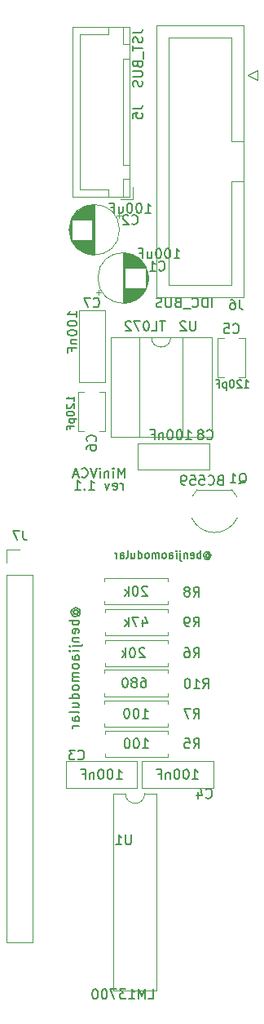
<source format=gbr>
%TF.GenerationSoftware,KiCad,Pcbnew,5.1.9+dfsg1-1~bpo10+1*%
%TF.CreationDate,2021-12-28T01:34:00+08:00*%
%TF.ProjectId,MiniVCA 1.1,4d696e69-5643-4412-9031-2e312e6b6963,rev?*%
%TF.SameCoordinates,Original*%
%TF.FileFunction,Legend,Bot*%
%TF.FilePolarity,Positive*%
%FSLAX46Y46*%
G04 Gerber Fmt 4.6, Leading zero omitted, Abs format (unit mm)*
G04 Created by KiCad (PCBNEW 5.1.9+dfsg1-1~bpo10+1) date 2021-12-28 01:34:00*
%MOMM*%
%LPD*%
G01*
G04 APERTURE LIST*
%ADD10C,0.150000*%
%ADD11C,0.200000*%
%ADD12C,0.120000*%
%ADD13C,0.130000*%
G04 APERTURE END LIST*
D10*
X108838095Y-108680952D02*
X108876190Y-108642857D01*
X108952380Y-108604761D01*
X109028571Y-108604761D01*
X109104761Y-108642857D01*
X109142857Y-108680952D01*
X109180952Y-108757142D01*
X109180952Y-108833333D01*
X109142857Y-108909523D01*
X109104761Y-108947619D01*
X109028571Y-108985714D01*
X108952380Y-108985714D01*
X108876190Y-108947619D01*
X108838095Y-108909523D01*
X108838095Y-108604761D02*
X108838095Y-108909523D01*
X108800000Y-108947619D01*
X108761904Y-108947619D01*
X108685714Y-108909523D01*
X108647619Y-108833333D01*
X108647619Y-108642857D01*
X108723809Y-108528571D01*
X108838095Y-108452380D01*
X108990476Y-108414285D01*
X109142857Y-108452380D01*
X109257142Y-108528571D01*
X109333333Y-108642857D01*
X109371428Y-108795238D01*
X109333333Y-108947619D01*
X109257142Y-109061904D01*
X109142857Y-109138095D01*
X108990476Y-109176190D01*
X108838095Y-109138095D01*
X108723809Y-109061904D01*
X108304761Y-109061904D02*
X108304761Y-108261904D01*
X108304761Y-108566666D02*
X108228571Y-108528571D01*
X108076190Y-108528571D01*
X108000000Y-108566666D01*
X107961904Y-108604761D01*
X107923809Y-108680952D01*
X107923809Y-108909523D01*
X107961904Y-108985714D01*
X108000000Y-109023809D01*
X108076190Y-109061904D01*
X108228571Y-109061904D01*
X108304761Y-109023809D01*
X107276190Y-109023809D02*
X107352380Y-109061904D01*
X107504761Y-109061904D01*
X107580952Y-109023809D01*
X107619047Y-108947619D01*
X107619047Y-108642857D01*
X107580952Y-108566666D01*
X107504761Y-108528571D01*
X107352380Y-108528571D01*
X107276190Y-108566666D01*
X107238095Y-108642857D01*
X107238095Y-108719047D01*
X107619047Y-108795238D01*
X106895238Y-108528571D02*
X106895238Y-109061904D01*
X106895238Y-108604761D02*
X106857142Y-108566666D01*
X106780952Y-108528571D01*
X106666666Y-108528571D01*
X106590476Y-108566666D01*
X106552380Y-108642857D01*
X106552380Y-109061904D01*
X106171428Y-108528571D02*
X106171428Y-109214285D01*
X106209523Y-109290476D01*
X106285714Y-109328571D01*
X106323809Y-109328571D01*
X106171428Y-108261904D02*
X106209523Y-108300000D01*
X106171428Y-108338095D01*
X106133333Y-108300000D01*
X106171428Y-108261904D01*
X106171428Y-108338095D01*
X105790476Y-109061904D02*
X105790476Y-108528571D01*
X105790476Y-108261904D02*
X105828571Y-108300000D01*
X105790476Y-108338095D01*
X105752380Y-108300000D01*
X105790476Y-108261904D01*
X105790476Y-108338095D01*
X105066666Y-109061904D02*
X105066666Y-108642857D01*
X105104761Y-108566666D01*
X105180952Y-108528571D01*
X105333333Y-108528571D01*
X105409523Y-108566666D01*
X105066666Y-109023809D02*
X105142857Y-109061904D01*
X105333333Y-109061904D01*
X105409523Y-109023809D01*
X105447619Y-108947619D01*
X105447619Y-108871428D01*
X105409523Y-108795238D01*
X105333333Y-108757142D01*
X105142857Y-108757142D01*
X105066666Y-108719047D01*
X104571428Y-109061904D02*
X104647619Y-109023809D01*
X104685714Y-108985714D01*
X104723809Y-108909523D01*
X104723809Y-108680952D01*
X104685714Y-108604761D01*
X104647619Y-108566666D01*
X104571428Y-108528571D01*
X104457142Y-108528571D01*
X104380952Y-108566666D01*
X104342857Y-108604761D01*
X104304761Y-108680952D01*
X104304761Y-108909523D01*
X104342857Y-108985714D01*
X104380952Y-109023809D01*
X104457142Y-109061904D01*
X104571428Y-109061904D01*
X103961904Y-109061904D02*
X103961904Y-108528571D01*
X103961904Y-108604761D02*
X103923809Y-108566666D01*
X103847619Y-108528571D01*
X103733333Y-108528571D01*
X103657142Y-108566666D01*
X103619047Y-108642857D01*
X103619047Y-109061904D01*
X103619047Y-108642857D02*
X103580952Y-108566666D01*
X103504761Y-108528571D01*
X103390476Y-108528571D01*
X103314285Y-108566666D01*
X103276190Y-108642857D01*
X103276190Y-109061904D01*
X102780952Y-109061904D02*
X102857142Y-109023809D01*
X102895238Y-108985714D01*
X102933333Y-108909523D01*
X102933333Y-108680952D01*
X102895238Y-108604761D01*
X102857142Y-108566666D01*
X102780952Y-108528571D01*
X102666666Y-108528571D01*
X102590476Y-108566666D01*
X102552380Y-108604761D01*
X102514285Y-108680952D01*
X102514285Y-108909523D01*
X102552380Y-108985714D01*
X102590476Y-109023809D01*
X102666666Y-109061904D01*
X102780952Y-109061904D01*
X101828571Y-109061904D02*
X101828571Y-108261904D01*
X101828571Y-109023809D02*
X101904761Y-109061904D01*
X102057142Y-109061904D01*
X102133333Y-109023809D01*
X102171428Y-108985714D01*
X102209523Y-108909523D01*
X102209523Y-108680952D01*
X102171428Y-108604761D01*
X102133333Y-108566666D01*
X102057142Y-108528571D01*
X101904761Y-108528571D01*
X101828571Y-108566666D01*
X101104761Y-108528571D02*
X101104761Y-109061904D01*
X101447619Y-108528571D02*
X101447619Y-108947619D01*
X101409523Y-109023809D01*
X101333333Y-109061904D01*
X101219047Y-109061904D01*
X101142857Y-109023809D01*
X101104761Y-108985714D01*
X100609523Y-109061904D02*
X100685714Y-109023809D01*
X100723809Y-108947619D01*
X100723809Y-108261904D01*
X99961904Y-109061904D02*
X99961904Y-108642857D01*
X100000000Y-108566666D01*
X100076190Y-108528571D01*
X100228571Y-108528571D01*
X100304761Y-108566666D01*
X99961904Y-109023809D02*
X100038095Y-109061904D01*
X100228571Y-109061904D01*
X100304761Y-109023809D01*
X100342857Y-108947619D01*
X100342857Y-108871428D01*
X100304761Y-108795238D01*
X100228571Y-108757142D01*
X100038095Y-108757142D01*
X99961904Y-108719047D01*
X99580952Y-109061904D02*
X99580952Y-108528571D01*
X99580952Y-108680952D02*
X99542857Y-108604761D01*
X99504761Y-108566666D01*
X99428571Y-108528571D01*
X99352380Y-108528571D01*
D11*
X95176190Y-114852380D02*
X95128571Y-114804761D01*
X95080952Y-114709523D01*
X95080952Y-114614285D01*
X95128571Y-114519047D01*
X95176190Y-114471428D01*
X95271428Y-114423809D01*
X95366666Y-114423809D01*
X95461904Y-114471428D01*
X95509523Y-114519047D01*
X95557142Y-114614285D01*
X95557142Y-114709523D01*
X95509523Y-114804761D01*
X95461904Y-114852380D01*
X95080952Y-114852380D02*
X95461904Y-114852380D01*
X95509523Y-114900000D01*
X95509523Y-114947619D01*
X95461904Y-115042857D01*
X95366666Y-115090476D01*
X95128571Y-115090476D01*
X94985714Y-114995238D01*
X94890476Y-114852380D01*
X94842857Y-114661904D01*
X94890476Y-114471428D01*
X94985714Y-114328571D01*
X95128571Y-114233333D01*
X95319047Y-114185714D01*
X95509523Y-114233333D01*
X95652380Y-114328571D01*
X95747619Y-114471428D01*
X95795238Y-114661904D01*
X95747619Y-114852380D01*
X95652380Y-114995238D01*
X95652380Y-115519047D02*
X94652380Y-115519047D01*
X95033333Y-115519047D02*
X94985714Y-115614285D01*
X94985714Y-115804761D01*
X95033333Y-115900000D01*
X95080952Y-115947619D01*
X95176190Y-115995238D01*
X95461904Y-115995238D01*
X95557142Y-115947619D01*
X95604761Y-115900000D01*
X95652380Y-115804761D01*
X95652380Y-115614285D01*
X95604761Y-115519047D01*
X95604761Y-116804761D02*
X95652380Y-116709523D01*
X95652380Y-116519047D01*
X95604761Y-116423809D01*
X95509523Y-116376190D01*
X95128571Y-116376190D01*
X95033333Y-116423809D01*
X94985714Y-116519047D01*
X94985714Y-116709523D01*
X95033333Y-116804761D01*
X95128571Y-116852380D01*
X95223809Y-116852380D01*
X95319047Y-116376190D01*
X94985714Y-117280952D02*
X95652380Y-117280952D01*
X95080952Y-117280952D02*
X95033333Y-117328571D01*
X94985714Y-117423809D01*
X94985714Y-117566666D01*
X95033333Y-117661904D01*
X95128571Y-117709523D01*
X95652380Y-117709523D01*
X94985714Y-118185714D02*
X95842857Y-118185714D01*
X95938095Y-118138095D01*
X95985714Y-118042857D01*
X95985714Y-117995238D01*
X94652380Y-118185714D02*
X94700000Y-118138095D01*
X94747619Y-118185714D01*
X94700000Y-118233333D01*
X94652380Y-118185714D01*
X94747619Y-118185714D01*
X95652380Y-118661904D02*
X94985714Y-118661904D01*
X94652380Y-118661904D02*
X94700000Y-118614285D01*
X94747619Y-118661904D01*
X94700000Y-118709523D01*
X94652380Y-118661904D01*
X94747619Y-118661904D01*
X95652380Y-119566666D02*
X95128571Y-119566666D01*
X95033333Y-119519047D01*
X94985714Y-119423809D01*
X94985714Y-119233333D01*
X95033333Y-119138095D01*
X95604761Y-119566666D02*
X95652380Y-119471428D01*
X95652380Y-119233333D01*
X95604761Y-119138095D01*
X95509523Y-119090476D01*
X95414285Y-119090476D01*
X95319047Y-119138095D01*
X95271428Y-119233333D01*
X95271428Y-119471428D01*
X95223809Y-119566666D01*
X95652380Y-120185714D02*
X95604761Y-120090476D01*
X95557142Y-120042857D01*
X95461904Y-119995238D01*
X95176190Y-119995238D01*
X95080952Y-120042857D01*
X95033333Y-120090476D01*
X94985714Y-120185714D01*
X94985714Y-120328571D01*
X95033333Y-120423809D01*
X95080952Y-120471428D01*
X95176190Y-120519047D01*
X95461904Y-120519047D01*
X95557142Y-120471428D01*
X95604761Y-120423809D01*
X95652380Y-120328571D01*
X95652380Y-120185714D01*
X95652380Y-120947619D02*
X94985714Y-120947619D01*
X95080952Y-120947619D02*
X95033333Y-120995238D01*
X94985714Y-121090476D01*
X94985714Y-121233333D01*
X95033333Y-121328571D01*
X95128571Y-121376190D01*
X95652380Y-121376190D01*
X95128571Y-121376190D02*
X95033333Y-121423809D01*
X94985714Y-121519047D01*
X94985714Y-121661904D01*
X95033333Y-121757142D01*
X95128571Y-121804761D01*
X95652380Y-121804761D01*
X95652380Y-122423809D02*
X95604761Y-122328571D01*
X95557142Y-122280952D01*
X95461904Y-122233333D01*
X95176190Y-122233333D01*
X95080952Y-122280952D01*
X95033333Y-122328571D01*
X94985714Y-122423809D01*
X94985714Y-122566666D01*
X95033333Y-122661904D01*
X95080952Y-122709523D01*
X95176190Y-122757142D01*
X95461904Y-122757142D01*
X95557142Y-122709523D01*
X95604761Y-122661904D01*
X95652380Y-122566666D01*
X95652380Y-122423809D01*
X95652380Y-123614285D02*
X94652380Y-123614285D01*
X95604761Y-123614285D02*
X95652380Y-123519047D01*
X95652380Y-123328571D01*
X95604761Y-123233333D01*
X95557142Y-123185714D01*
X95461904Y-123138095D01*
X95176190Y-123138095D01*
X95080952Y-123185714D01*
X95033333Y-123233333D01*
X94985714Y-123328571D01*
X94985714Y-123519047D01*
X95033333Y-123614285D01*
X94985714Y-124519047D02*
X95652380Y-124519047D01*
X94985714Y-124090476D02*
X95509523Y-124090476D01*
X95604761Y-124138095D01*
X95652380Y-124233333D01*
X95652380Y-124376190D01*
X95604761Y-124471428D01*
X95557142Y-124519047D01*
X95652380Y-125138095D02*
X95604761Y-125042857D01*
X95509523Y-124995238D01*
X94652380Y-124995238D01*
X95652380Y-125947619D02*
X95128571Y-125947619D01*
X95033333Y-125900000D01*
X94985714Y-125804761D01*
X94985714Y-125614285D01*
X95033333Y-125519047D01*
X95604761Y-125947619D02*
X95652380Y-125852380D01*
X95652380Y-125614285D01*
X95604761Y-125519047D01*
X95509523Y-125471428D01*
X95414285Y-125471428D01*
X95319047Y-125519047D01*
X95271428Y-125614285D01*
X95271428Y-125852380D01*
X95223809Y-125947619D01*
X95652380Y-126423809D02*
X94985714Y-126423809D01*
X95176190Y-126423809D02*
X95080952Y-126471428D01*
X95033333Y-126519047D01*
X94985714Y-126614285D01*
X94985714Y-126709523D01*
D10*
X100369047Y-100702380D02*
X100369047Y-99702380D01*
X100035714Y-100416666D01*
X99702380Y-99702380D01*
X99702380Y-100702380D01*
X99226190Y-100702380D02*
X99226190Y-100035714D01*
X99226190Y-99702380D02*
X99273809Y-99750000D01*
X99226190Y-99797619D01*
X99178571Y-99750000D01*
X99226190Y-99702380D01*
X99226190Y-99797619D01*
X98750000Y-100035714D02*
X98750000Y-100702380D01*
X98750000Y-100130952D02*
X98702380Y-100083333D01*
X98607142Y-100035714D01*
X98464285Y-100035714D01*
X98369047Y-100083333D01*
X98321428Y-100178571D01*
X98321428Y-100702380D01*
X97845238Y-100702380D02*
X97845238Y-100035714D01*
X97845238Y-99702380D02*
X97892857Y-99750000D01*
X97845238Y-99797619D01*
X97797619Y-99750000D01*
X97845238Y-99702380D01*
X97845238Y-99797619D01*
X97511904Y-99702380D02*
X97178571Y-100702380D01*
X96845238Y-99702380D01*
X95940476Y-100607142D02*
X95988095Y-100654761D01*
X96130952Y-100702380D01*
X96226190Y-100702380D01*
X96369047Y-100654761D01*
X96464285Y-100559523D01*
X96511904Y-100464285D01*
X96559523Y-100273809D01*
X96559523Y-100130952D01*
X96511904Y-99940476D01*
X96464285Y-99845238D01*
X96369047Y-99750000D01*
X96226190Y-99702380D01*
X96130952Y-99702380D01*
X95988095Y-99750000D01*
X95940476Y-99797619D01*
X95559523Y-100416666D02*
X95083333Y-100416666D01*
X95654761Y-100702380D02*
X95321428Y-99702380D01*
X94988095Y-100702380D01*
X100202380Y-101952380D02*
X100202380Y-101285714D01*
X100202380Y-101476190D02*
X100154761Y-101380952D01*
X100107142Y-101333333D01*
X100011904Y-101285714D01*
X99916666Y-101285714D01*
X99202380Y-101904761D02*
X99297619Y-101952380D01*
X99488095Y-101952380D01*
X99583333Y-101904761D01*
X99630952Y-101809523D01*
X99630952Y-101428571D01*
X99583333Y-101333333D01*
X99488095Y-101285714D01*
X99297619Y-101285714D01*
X99202380Y-101333333D01*
X99154761Y-101428571D01*
X99154761Y-101523809D01*
X99630952Y-101619047D01*
X98821428Y-101285714D02*
X98583333Y-101952380D01*
X98345238Y-101285714D01*
X96678571Y-101952380D02*
X97250000Y-101952380D01*
X96964285Y-101952380D02*
X96964285Y-100952380D01*
X97059523Y-101095238D01*
X97154761Y-101190476D01*
X97250000Y-101238095D01*
X96250000Y-101857142D02*
X96202380Y-101904761D01*
X96250000Y-101952380D01*
X96297619Y-101904761D01*
X96250000Y-101857142D01*
X96250000Y-101952380D01*
X95250000Y-101952380D02*
X95821428Y-101952380D01*
X95535714Y-101952380D02*
X95535714Y-100952380D01*
X95630952Y-101095238D01*
X95726190Y-101190476D01*
X95821428Y-101238095D01*
D12*
%TO.C,U1*%
X102490000Y-133470000D02*
X103740000Y-133470000D01*
X103740000Y-133470000D02*
X103740000Y-153910000D01*
X103740000Y-153910000D02*
X99240000Y-153910000D01*
X99240000Y-153910000D02*
X99240000Y-133470000D01*
X99240000Y-133470000D02*
X100490000Y-133470000D01*
X100490000Y-133470000D02*
G75*
G03*
X102490000Y-133470000I1000000J0D01*
G01*
%TO.C,R10*%
X104860000Y-120960000D02*
X104860000Y-120630000D01*
X104860000Y-120630000D02*
X98320000Y-120630000D01*
X98320000Y-120630000D02*
X98320000Y-120960000D01*
X104860000Y-123040000D02*
X104860000Y-123370000D01*
X104860000Y-123370000D02*
X98320000Y-123370000D01*
X98320000Y-123370000D02*
X98320000Y-123040000D01*
%TO.C,R5*%
X98340000Y-129340000D02*
X98340000Y-129670000D01*
X98340000Y-129670000D02*
X104880000Y-129670000D01*
X104880000Y-129670000D02*
X104880000Y-129340000D01*
X98340000Y-127260000D02*
X98340000Y-126930000D01*
X98340000Y-126930000D02*
X104880000Y-126930000D01*
X104880000Y-126930000D02*
X104880000Y-127260000D01*
%TO.C,C6*%
X97795000Y-95870000D02*
X98420000Y-95870000D01*
X95580000Y-95870000D02*
X96205000Y-95870000D01*
X97795000Y-91830000D02*
X98420000Y-91830000D01*
X95580000Y-91830000D02*
X96205000Y-91830000D01*
X98420000Y-91830000D02*
X98420000Y-95870000D01*
X95580000Y-91830000D02*
X95580000Y-95870000D01*
%TO.C,U2*%
X98940000Y-86110000D02*
X109440000Y-86110000D01*
X98940000Y-96510000D02*
X98940000Y-86110000D01*
X109440000Y-96510000D02*
X98940000Y-96510000D01*
X109440000Y-86110000D02*
X109440000Y-96510000D01*
X101940000Y-86170000D02*
X103190000Y-86170000D01*
X101940000Y-96450000D02*
X101940000Y-86170000D01*
X106440000Y-96450000D02*
X101940000Y-96450000D01*
X106440000Y-86170000D02*
X106440000Y-96450000D01*
X105190000Y-86170000D02*
X106440000Y-86170000D01*
X103190000Y-86170000D02*
G75*
G03*
X105190000Y-86170000I1000000J0D01*
G01*
%TO.C,Q1*%
X107940000Y-101950000D02*
X111540000Y-101950000D01*
X112064184Y-102677205D02*
G75*
G03*
X111540000Y-101950000I-2324184J-1122795D01*
G01*
X112096400Y-104898807D02*
G75*
G02*
X109740000Y-106400000I-2356400J1098807D01*
G01*
X107383600Y-104898807D02*
G75*
G03*
X109740000Y-106400000I2356400J1098807D01*
G01*
X107415816Y-102677205D02*
G75*
G02*
X107940000Y-101950000I2324184J-1122795D01*
G01*
%TO.C,C1*%
X102870000Y-80000000D02*
G75*
G03*
X102870000Y-80000000I-2620000J0D01*
G01*
X100250000Y-82580000D02*
X100250000Y-77420000D01*
X100290000Y-82580000D02*
X100290000Y-77420000D01*
X100330000Y-82579000D02*
X100330000Y-77421000D01*
X100370000Y-82578000D02*
X100370000Y-77422000D01*
X100410000Y-82576000D02*
X100410000Y-77424000D01*
X100450000Y-82573000D02*
X100450000Y-77427000D01*
X100490000Y-82569000D02*
X100490000Y-81040000D01*
X100490000Y-78960000D02*
X100490000Y-77431000D01*
X100530000Y-82565000D02*
X100530000Y-81040000D01*
X100530000Y-78960000D02*
X100530000Y-77435000D01*
X100570000Y-82561000D02*
X100570000Y-81040000D01*
X100570000Y-78960000D02*
X100570000Y-77439000D01*
X100610000Y-82556000D02*
X100610000Y-81040000D01*
X100610000Y-78960000D02*
X100610000Y-77444000D01*
X100650000Y-82550000D02*
X100650000Y-81040000D01*
X100650000Y-78960000D02*
X100650000Y-77450000D01*
X100690000Y-82543000D02*
X100690000Y-81040000D01*
X100690000Y-78960000D02*
X100690000Y-77457000D01*
X100730000Y-82536000D02*
X100730000Y-81040000D01*
X100730000Y-78960000D02*
X100730000Y-77464000D01*
X100770000Y-82528000D02*
X100770000Y-81040000D01*
X100770000Y-78960000D02*
X100770000Y-77472000D01*
X100810000Y-82520000D02*
X100810000Y-81040000D01*
X100810000Y-78960000D02*
X100810000Y-77480000D01*
X100850000Y-82511000D02*
X100850000Y-81040000D01*
X100850000Y-78960000D02*
X100850000Y-77489000D01*
X100890000Y-82501000D02*
X100890000Y-81040000D01*
X100890000Y-78960000D02*
X100890000Y-77499000D01*
X100930000Y-82491000D02*
X100930000Y-81040000D01*
X100930000Y-78960000D02*
X100930000Y-77509000D01*
X100971000Y-82480000D02*
X100971000Y-81040000D01*
X100971000Y-78960000D02*
X100971000Y-77520000D01*
X101011000Y-82468000D02*
X101011000Y-81040000D01*
X101011000Y-78960000D02*
X101011000Y-77532000D01*
X101051000Y-82455000D02*
X101051000Y-81040000D01*
X101051000Y-78960000D02*
X101051000Y-77545000D01*
X101091000Y-82442000D02*
X101091000Y-81040000D01*
X101091000Y-78960000D02*
X101091000Y-77558000D01*
X101131000Y-82428000D02*
X101131000Y-81040000D01*
X101131000Y-78960000D02*
X101131000Y-77572000D01*
X101171000Y-82414000D02*
X101171000Y-81040000D01*
X101171000Y-78960000D02*
X101171000Y-77586000D01*
X101211000Y-82398000D02*
X101211000Y-81040000D01*
X101211000Y-78960000D02*
X101211000Y-77602000D01*
X101251000Y-82382000D02*
X101251000Y-81040000D01*
X101251000Y-78960000D02*
X101251000Y-77618000D01*
X101291000Y-82365000D02*
X101291000Y-81040000D01*
X101291000Y-78960000D02*
X101291000Y-77635000D01*
X101331000Y-82348000D02*
X101331000Y-81040000D01*
X101331000Y-78960000D02*
X101331000Y-77652000D01*
X101371000Y-82329000D02*
X101371000Y-81040000D01*
X101371000Y-78960000D02*
X101371000Y-77671000D01*
X101411000Y-82310000D02*
X101411000Y-81040000D01*
X101411000Y-78960000D02*
X101411000Y-77690000D01*
X101451000Y-82290000D02*
X101451000Y-81040000D01*
X101451000Y-78960000D02*
X101451000Y-77710000D01*
X101491000Y-82268000D02*
X101491000Y-81040000D01*
X101491000Y-78960000D02*
X101491000Y-77732000D01*
X101531000Y-82247000D02*
X101531000Y-81040000D01*
X101531000Y-78960000D02*
X101531000Y-77753000D01*
X101571000Y-82224000D02*
X101571000Y-81040000D01*
X101571000Y-78960000D02*
X101571000Y-77776000D01*
X101611000Y-82200000D02*
X101611000Y-81040000D01*
X101611000Y-78960000D02*
X101611000Y-77800000D01*
X101651000Y-82175000D02*
X101651000Y-81040000D01*
X101651000Y-78960000D02*
X101651000Y-77825000D01*
X101691000Y-82149000D02*
X101691000Y-81040000D01*
X101691000Y-78960000D02*
X101691000Y-77851000D01*
X101731000Y-82122000D02*
X101731000Y-81040000D01*
X101731000Y-78960000D02*
X101731000Y-77878000D01*
X101771000Y-82095000D02*
X101771000Y-81040000D01*
X101771000Y-78960000D02*
X101771000Y-77905000D01*
X101811000Y-82065000D02*
X101811000Y-81040000D01*
X101811000Y-78960000D02*
X101811000Y-77935000D01*
X101851000Y-82035000D02*
X101851000Y-81040000D01*
X101851000Y-78960000D02*
X101851000Y-77965000D01*
X101891000Y-82004000D02*
X101891000Y-81040000D01*
X101891000Y-78960000D02*
X101891000Y-77996000D01*
X101931000Y-81971000D02*
X101931000Y-81040000D01*
X101931000Y-78960000D02*
X101931000Y-78029000D01*
X101971000Y-81937000D02*
X101971000Y-81040000D01*
X101971000Y-78960000D02*
X101971000Y-78063000D01*
X102011000Y-81901000D02*
X102011000Y-81040000D01*
X102011000Y-78960000D02*
X102011000Y-78099000D01*
X102051000Y-81864000D02*
X102051000Y-81040000D01*
X102051000Y-78960000D02*
X102051000Y-78136000D01*
X102091000Y-81826000D02*
X102091000Y-81040000D01*
X102091000Y-78960000D02*
X102091000Y-78174000D01*
X102131000Y-81785000D02*
X102131000Y-81040000D01*
X102131000Y-78960000D02*
X102131000Y-78215000D01*
X102171000Y-81743000D02*
X102171000Y-81040000D01*
X102171000Y-78960000D02*
X102171000Y-78257000D01*
X102211000Y-81699000D02*
X102211000Y-81040000D01*
X102211000Y-78960000D02*
X102211000Y-78301000D01*
X102251000Y-81653000D02*
X102251000Y-81040000D01*
X102251000Y-78960000D02*
X102251000Y-78347000D01*
X102291000Y-81605000D02*
X102291000Y-81040000D01*
X102291000Y-78960000D02*
X102291000Y-78395000D01*
X102331000Y-81554000D02*
X102331000Y-81040000D01*
X102331000Y-78960000D02*
X102331000Y-78446000D01*
X102371000Y-81500000D02*
X102371000Y-81040000D01*
X102371000Y-78960000D02*
X102371000Y-78500000D01*
X102411000Y-81443000D02*
X102411000Y-81040000D01*
X102411000Y-78960000D02*
X102411000Y-78557000D01*
X102451000Y-81383000D02*
X102451000Y-81040000D01*
X102451000Y-78960000D02*
X102451000Y-78617000D01*
X102491000Y-81319000D02*
X102491000Y-81040000D01*
X102491000Y-78960000D02*
X102491000Y-78681000D01*
X102531000Y-81251000D02*
X102531000Y-81040000D01*
X102531000Y-78960000D02*
X102531000Y-78749000D01*
X102571000Y-81178000D02*
X102571000Y-78822000D01*
X102611000Y-81098000D02*
X102611000Y-78902000D01*
X102651000Y-81011000D02*
X102651000Y-78989000D01*
X102691000Y-80915000D02*
X102691000Y-79085000D01*
X102731000Y-80805000D02*
X102731000Y-79195000D01*
X102771000Y-80677000D02*
X102771000Y-79323000D01*
X102811000Y-80518000D02*
X102811000Y-79482000D01*
X102851000Y-80284000D02*
X102851000Y-79716000D01*
X97445225Y-81475000D02*
X97945225Y-81475000D01*
X97695225Y-81725000D02*
X97695225Y-81225000D01*
%TO.C,C2*%
X99804775Y-73275000D02*
X99804775Y-73775000D01*
X100054775Y-73525000D02*
X99554775Y-73525000D01*
X94649000Y-74716000D02*
X94649000Y-75284000D01*
X94689000Y-74482000D02*
X94689000Y-75518000D01*
X94729000Y-74323000D02*
X94729000Y-75677000D01*
X94769000Y-74195000D02*
X94769000Y-75805000D01*
X94809000Y-74085000D02*
X94809000Y-75915000D01*
X94849000Y-73989000D02*
X94849000Y-76011000D01*
X94889000Y-73902000D02*
X94889000Y-76098000D01*
X94929000Y-73822000D02*
X94929000Y-76178000D01*
X94969000Y-76040000D02*
X94969000Y-76251000D01*
X94969000Y-73749000D02*
X94969000Y-73960000D01*
X95009000Y-76040000D02*
X95009000Y-76319000D01*
X95009000Y-73681000D02*
X95009000Y-73960000D01*
X95049000Y-76040000D02*
X95049000Y-76383000D01*
X95049000Y-73617000D02*
X95049000Y-73960000D01*
X95089000Y-76040000D02*
X95089000Y-76443000D01*
X95089000Y-73557000D02*
X95089000Y-73960000D01*
X95129000Y-76040000D02*
X95129000Y-76500000D01*
X95129000Y-73500000D02*
X95129000Y-73960000D01*
X95169000Y-76040000D02*
X95169000Y-76554000D01*
X95169000Y-73446000D02*
X95169000Y-73960000D01*
X95209000Y-76040000D02*
X95209000Y-76605000D01*
X95209000Y-73395000D02*
X95209000Y-73960000D01*
X95249000Y-76040000D02*
X95249000Y-76653000D01*
X95249000Y-73347000D02*
X95249000Y-73960000D01*
X95289000Y-76040000D02*
X95289000Y-76699000D01*
X95289000Y-73301000D02*
X95289000Y-73960000D01*
X95329000Y-76040000D02*
X95329000Y-76743000D01*
X95329000Y-73257000D02*
X95329000Y-73960000D01*
X95369000Y-76040000D02*
X95369000Y-76785000D01*
X95369000Y-73215000D02*
X95369000Y-73960000D01*
X95409000Y-76040000D02*
X95409000Y-76826000D01*
X95409000Y-73174000D02*
X95409000Y-73960000D01*
X95449000Y-76040000D02*
X95449000Y-76864000D01*
X95449000Y-73136000D02*
X95449000Y-73960000D01*
X95489000Y-76040000D02*
X95489000Y-76901000D01*
X95489000Y-73099000D02*
X95489000Y-73960000D01*
X95529000Y-76040000D02*
X95529000Y-76937000D01*
X95529000Y-73063000D02*
X95529000Y-73960000D01*
X95569000Y-76040000D02*
X95569000Y-76971000D01*
X95569000Y-73029000D02*
X95569000Y-73960000D01*
X95609000Y-76040000D02*
X95609000Y-77004000D01*
X95609000Y-72996000D02*
X95609000Y-73960000D01*
X95649000Y-76040000D02*
X95649000Y-77035000D01*
X95649000Y-72965000D02*
X95649000Y-73960000D01*
X95689000Y-76040000D02*
X95689000Y-77065000D01*
X95689000Y-72935000D02*
X95689000Y-73960000D01*
X95729000Y-76040000D02*
X95729000Y-77095000D01*
X95729000Y-72905000D02*
X95729000Y-73960000D01*
X95769000Y-76040000D02*
X95769000Y-77122000D01*
X95769000Y-72878000D02*
X95769000Y-73960000D01*
X95809000Y-76040000D02*
X95809000Y-77149000D01*
X95809000Y-72851000D02*
X95809000Y-73960000D01*
X95849000Y-76040000D02*
X95849000Y-77175000D01*
X95849000Y-72825000D02*
X95849000Y-73960000D01*
X95889000Y-76040000D02*
X95889000Y-77200000D01*
X95889000Y-72800000D02*
X95889000Y-73960000D01*
X95929000Y-76040000D02*
X95929000Y-77224000D01*
X95929000Y-72776000D02*
X95929000Y-73960000D01*
X95969000Y-76040000D02*
X95969000Y-77247000D01*
X95969000Y-72753000D02*
X95969000Y-73960000D01*
X96009000Y-76040000D02*
X96009000Y-77268000D01*
X96009000Y-72732000D02*
X96009000Y-73960000D01*
X96049000Y-76040000D02*
X96049000Y-77290000D01*
X96049000Y-72710000D02*
X96049000Y-73960000D01*
X96089000Y-76040000D02*
X96089000Y-77310000D01*
X96089000Y-72690000D02*
X96089000Y-73960000D01*
X96129000Y-76040000D02*
X96129000Y-77329000D01*
X96129000Y-72671000D02*
X96129000Y-73960000D01*
X96169000Y-76040000D02*
X96169000Y-77348000D01*
X96169000Y-72652000D02*
X96169000Y-73960000D01*
X96209000Y-76040000D02*
X96209000Y-77365000D01*
X96209000Y-72635000D02*
X96209000Y-73960000D01*
X96249000Y-76040000D02*
X96249000Y-77382000D01*
X96249000Y-72618000D02*
X96249000Y-73960000D01*
X96289000Y-76040000D02*
X96289000Y-77398000D01*
X96289000Y-72602000D02*
X96289000Y-73960000D01*
X96329000Y-76040000D02*
X96329000Y-77414000D01*
X96329000Y-72586000D02*
X96329000Y-73960000D01*
X96369000Y-76040000D02*
X96369000Y-77428000D01*
X96369000Y-72572000D02*
X96369000Y-73960000D01*
X96409000Y-76040000D02*
X96409000Y-77442000D01*
X96409000Y-72558000D02*
X96409000Y-73960000D01*
X96449000Y-76040000D02*
X96449000Y-77455000D01*
X96449000Y-72545000D02*
X96449000Y-73960000D01*
X96489000Y-76040000D02*
X96489000Y-77468000D01*
X96489000Y-72532000D02*
X96489000Y-73960000D01*
X96529000Y-76040000D02*
X96529000Y-77480000D01*
X96529000Y-72520000D02*
X96529000Y-73960000D01*
X96570000Y-76040000D02*
X96570000Y-77491000D01*
X96570000Y-72509000D02*
X96570000Y-73960000D01*
X96610000Y-76040000D02*
X96610000Y-77501000D01*
X96610000Y-72499000D02*
X96610000Y-73960000D01*
X96650000Y-76040000D02*
X96650000Y-77511000D01*
X96650000Y-72489000D02*
X96650000Y-73960000D01*
X96690000Y-76040000D02*
X96690000Y-77520000D01*
X96690000Y-72480000D02*
X96690000Y-73960000D01*
X96730000Y-76040000D02*
X96730000Y-77528000D01*
X96730000Y-72472000D02*
X96730000Y-73960000D01*
X96770000Y-76040000D02*
X96770000Y-77536000D01*
X96770000Y-72464000D02*
X96770000Y-73960000D01*
X96810000Y-76040000D02*
X96810000Y-77543000D01*
X96810000Y-72457000D02*
X96810000Y-73960000D01*
X96850000Y-76040000D02*
X96850000Y-77550000D01*
X96850000Y-72450000D02*
X96850000Y-73960000D01*
X96890000Y-76040000D02*
X96890000Y-77556000D01*
X96890000Y-72444000D02*
X96890000Y-73960000D01*
X96930000Y-76040000D02*
X96930000Y-77561000D01*
X96930000Y-72439000D02*
X96930000Y-73960000D01*
X96970000Y-76040000D02*
X96970000Y-77565000D01*
X96970000Y-72435000D02*
X96970000Y-73960000D01*
X97010000Y-76040000D02*
X97010000Y-77569000D01*
X97010000Y-72431000D02*
X97010000Y-73960000D01*
X97050000Y-72427000D02*
X97050000Y-77573000D01*
X97090000Y-72424000D02*
X97090000Y-77576000D01*
X97130000Y-72422000D02*
X97130000Y-77578000D01*
X97170000Y-72421000D02*
X97170000Y-77579000D01*
X97210000Y-72420000D02*
X97210000Y-77580000D01*
X97250000Y-72420000D02*
X97250000Y-77580000D01*
X99870000Y-75000000D02*
G75*
G03*
X99870000Y-75000000I-2620000J0D01*
G01*
%TO.C,C3*%
X94280000Y-130130000D02*
X94280000Y-132870000D01*
X101720000Y-130130000D02*
X101720000Y-132870000D01*
X101720000Y-132870000D02*
X94280000Y-132870000D01*
X101720000Y-130130000D02*
X94280000Y-130130000D01*
%TO.C,C4*%
X102180000Y-132870000D02*
X109620000Y-132870000D01*
X102180000Y-130130000D02*
X109620000Y-130130000D01*
X102180000Y-132870000D02*
X102180000Y-130130000D01*
X109620000Y-132870000D02*
X109620000Y-130130000D01*
%TO.C,C5*%
X110080000Y-86230000D02*
X110080000Y-90270000D01*
X112920000Y-86230000D02*
X112920000Y-90270000D01*
X110080000Y-86230000D02*
X110705000Y-86230000D01*
X112295000Y-86230000D02*
X112920000Y-86230000D01*
X110080000Y-90270000D02*
X110705000Y-90270000D01*
X112295000Y-90270000D02*
X112920000Y-90270000D01*
%TO.C,C7*%
X98370000Y-90820000D02*
X98370000Y-83380000D01*
X95630000Y-90820000D02*
X95630000Y-83380000D01*
X98370000Y-90820000D02*
X95630000Y-90820000D01*
X98370000Y-83380000D02*
X95630000Y-83380000D01*
%TO.C,C8*%
X109220000Y-99870000D02*
X109220000Y-97130000D01*
X101780000Y-99870000D02*
X101780000Y-97130000D01*
X101780000Y-97130000D02*
X109220000Y-97130000D01*
X101780000Y-99870000D02*
X109220000Y-99870000D01*
%TO.C,J5*%
X101250000Y-71850000D02*
X100000000Y-71850000D01*
X101250000Y-70600000D02*
X101250000Y-71850000D01*
X95750000Y-54700000D02*
X95750000Y-62750000D01*
X98700000Y-54700000D02*
X95750000Y-54700000D01*
X98700000Y-53950000D02*
X98700000Y-54700000D01*
X95750000Y-70800000D02*
X95750000Y-62750000D01*
X98700000Y-70800000D02*
X95750000Y-70800000D01*
X98700000Y-71550000D02*
X98700000Y-70800000D01*
X100950000Y-53950000D02*
X100950000Y-55750000D01*
X100200000Y-53950000D02*
X100950000Y-53950000D01*
X100200000Y-55750000D02*
X100200000Y-53950000D01*
X100950000Y-55750000D02*
X100200000Y-55750000D01*
X100950000Y-69750000D02*
X100950000Y-71550000D01*
X100200000Y-69750000D02*
X100950000Y-69750000D01*
X100200000Y-71550000D02*
X100200000Y-69750000D01*
X100950000Y-71550000D02*
X100200000Y-71550000D01*
X100950000Y-57250000D02*
X100950000Y-68250000D01*
X100200000Y-57250000D02*
X100950000Y-57250000D01*
X100200000Y-68250000D02*
X100200000Y-57250000D01*
X100950000Y-68250000D02*
X100200000Y-68250000D01*
X100960000Y-53940000D02*
X100960000Y-71560000D01*
X94990000Y-53940000D02*
X100960000Y-53940000D01*
X94990000Y-71560000D02*
X94990000Y-53940000D01*
X100960000Y-71560000D02*
X94990000Y-71560000D01*
%TO.C,J6*%
X114180000Y-59500000D02*
X113180000Y-59000000D01*
X114180000Y-58500000D02*
X114180000Y-59500000D01*
X113180000Y-59000000D02*
X114180000Y-58500000D01*
X111480000Y-69940000D02*
X112790000Y-69940000D01*
X111480000Y-69940000D02*
X111480000Y-69940000D01*
X111480000Y-80690000D02*
X111480000Y-69940000D01*
X104980000Y-80690000D02*
X111480000Y-80690000D01*
X104980000Y-55090000D02*
X104980000Y-80690000D01*
X111480000Y-55090000D02*
X104980000Y-55090000D01*
X111480000Y-65840000D02*
X111480000Y-55090000D01*
X112790000Y-65840000D02*
X111480000Y-65840000D01*
X112790000Y-81990000D02*
X112790000Y-53790000D01*
X103670000Y-81990000D02*
X112790000Y-81990000D01*
X103670000Y-53790000D02*
X103670000Y-81990000D01*
X112790000Y-53790000D02*
X103670000Y-53790000D01*
%TO.C,R6*%
X98340000Y-119940000D02*
X98340000Y-120270000D01*
X98340000Y-120270000D02*
X104880000Y-120270000D01*
X104880000Y-120270000D02*
X104880000Y-119940000D01*
X98340000Y-117860000D02*
X98340000Y-117530000D01*
X98340000Y-117530000D02*
X104880000Y-117530000D01*
X104880000Y-117530000D02*
X104880000Y-117860000D01*
%TO.C,R7*%
X104860000Y-124160000D02*
X104860000Y-123830000D01*
X104860000Y-123830000D02*
X98320000Y-123830000D01*
X98320000Y-123830000D02*
X98320000Y-124160000D01*
X104860000Y-126240000D02*
X104860000Y-126570000D01*
X104860000Y-126570000D02*
X98320000Y-126570000D01*
X98320000Y-126570000D02*
X98320000Y-126240000D01*
%TO.C,R8*%
X98320000Y-113870000D02*
X98320000Y-113540000D01*
X104860000Y-113870000D02*
X98320000Y-113870000D01*
X104860000Y-113540000D02*
X104860000Y-113870000D01*
X98320000Y-111130000D02*
X98320000Y-111460000D01*
X104860000Y-111130000D02*
X98320000Y-111130000D01*
X104860000Y-111460000D02*
X104860000Y-111130000D01*
%TO.C,R9*%
X104880000Y-114330000D02*
X104880000Y-114660000D01*
X98340000Y-114330000D02*
X104880000Y-114330000D01*
X98340000Y-114660000D02*
X98340000Y-114330000D01*
X104880000Y-117070000D02*
X104880000Y-116740000D01*
X98340000Y-117070000D02*
X104880000Y-117070000D01*
X98340000Y-116740000D02*
X98340000Y-117070000D01*
%TO.C,J7*%
X89500000Y-108170000D02*
X88170000Y-108170000D01*
X88170000Y-108170000D02*
X88170000Y-109500000D01*
X88170000Y-110770000D02*
X88170000Y-148930000D01*
X90830000Y-148930000D02*
X88170000Y-148930000D01*
X90830000Y-110770000D02*
X90830000Y-148930000D01*
X90830000Y-110770000D02*
X88170000Y-110770000D01*
%TO.C,U1*%
D10*
X101061904Y-137752380D02*
X101061904Y-138561904D01*
X101014285Y-138657142D01*
X100966666Y-138704761D01*
X100871428Y-138752380D01*
X100680952Y-138752380D01*
X100585714Y-138704761D01*
X100538095Y-138657142D01*
X100490476Y-138561904D01*
X100490476Y-137752380D01*
X99490476Y-138752380D02*
X100061904Y-138752380D01*
X99776190Y-138752380D02*
X99776190Y-137752380D01*
X99871428Y-137895238D01*
X99966666Y-137990476D01*
X100061904Y-138038095D01*
X102862857Y-154752380D02*
X103339047Y-154752380D01*
X103339047Y-153752380D01*
X102529523Y-154752380D02*
X102529523Y-153752380D01*
X102196190Y-154466666D01*
X101862857Y-153752380D01*
X101862857Y-154752380D01*
X100862857Y-154752380D02*
X101434285Y-154752380D01*
X101148571Y-154752380D02*
X101148571Y-153752380D01*
X101243809Y-153895238D01*
X101339047Y-153990476D01*
X101434285Y-154038095D01*
X100529523Y-153752380D02*
X99910476Y-153752380D01*
X100243809Y-154133333D01*
X100100952Y-154133333D01*
X100005714Y-154180952D01*
X99958095Y-154228571D01*
X99910476Y-154323809D01*
X99910476Y-154561904D01*
X99958095Y-154657142D01*
X100005714Y-154704761D01*
X100100952Y-154752380D01*
X100386666Y-154752380D01*
X100481904Y-154704761D01*
X100529523Y-154657142D01*
X99577142Y-153752380D02*
X98910476Y-153752380D01*
X99339047Y-154752380D01*
X98339047Y-153752380D02*
X98243809Y-153752380D01*
X98148571Y-153800000D01*
X98100952Y-153847619D01*
X98053333Y-153942857D01*
X98005714Y-154133333D01*
X98005714Y-154371428D01*
X98053333Y-154561904D01*
X98100952Y-154657142D01*
X98148571Y-154704761D01*
X98243809Y-154752380D01*
X98339047Y-154752380D01*
X98434285Y-154704761D01*
X98481904Y-154657142D01*
X98529523Y-154561904D01*
X98577142Y-154371428D01*
X98577142Y-154133333D01*
X98529523Y-153942857D01*
X98481904Y-153847619D01*
X98434285Y-153800000D01*
X98339047Y-153752380D01*
X97386666Y-153752380D02*
X97291428Y-153752380D01*
X97196190Y-153800000D01*
X97148571Y-153847619D01*
X97100952Y-153942857D01*
X97053333Y-154133333D01*
X97053333Y-154371428D01*
X97100952Y-154561904D01*
X97148571Y-154657142D01*
X97196190Y-154704761D01*
X97291428Y-154752380D01*
X97386666Y-154752380D01*
X97481904Y-154704761D01*
X97529523Y-154657142D01*
X97577142Y-154561904D01*
X97624761Y-154371428D01*
X97624761Y-154133333D01*
X97577142Y-153942857D01*
X97529523Y-153847619D01*
X97481904Y-153800000D01*
X97386666Y-153752380D01*
%TO.C,R10*%
X108542857Y-122552380D02*
X108876190Y-122076190D01*
X109114285Y-122552380D02*
X109114285Y-121552380D01*
X108733333Y-121552380D01*
X108638095Y-121600000D01*
X108590476Y-121647619D01*
X108542857Y-121742857D01*
X108542857Y-121885714D01*
X108590476Y-121980952D01*
X108638095Y-122028571D01*
X108733333Y-122076190D01*
X109114285Y-122076190D01*
X107590476Y-122552380D02*
X108161904Y-122552380D01*
X107876190Y-122552380D02*
X107876190Y-121552380D01*
X107971428Y-121695238D01*
X108066666Y-121790476D01*
X108161904Y-121838095D01*
X106971428Y-121552380D02*
X106876190Y-121552380D01*
X106780952Y-121600000D01*
X106733333Y-121647619D01*
X106685714Y-121742857D01*
X106638095Y-121933333D01*
X106638095Y-122171428D01*
X106685714Y-122361904D01*
X106733333Y-122457142D01*
X106780952Y-122504761D01*
X106876190Y-122552380D01*
X106971428Y-122552380D01*
X107066666Y-122504761D01*
X107114285Y-122457142D01*
X107161904Y-122361904D01*
X107209523Y-122171428D01*
X107209523Y-121933333D01*
X107161904Y-121742857D01*
X107114285Y-121647619D01*
X107066666Y-121600000D01*
X106971428Y-121552380D01*
X102161904Y-121452380D02*
X102352380Y-121452380D01*
X102447619Y-121500000D01*
X102495238Y-121547619D01*
X102590476Y-121690476D01*
X102638095Y-121880952D01*
X102638095Y-122261904D01*
X102590476Y-122357142D01*
X102542857Y-122404761D01*
X102447619Y-122452380D01*
X102257142Y-122452380D01*
X102161904Y-122404761D01*
X102114285Y-122357142D01*
X102066666Y-122261904D01*
X102066666Y-122023809D01*
X102114285Y-121928571D01*
X102161904Y-121880952D01*
X102257142Y-121833333D01*
X102447619Y-121833333D01*
X102542857Y-121880952D01*
X102590476Y-121928571D01*
X102638095Y-122023809D01*
X101495238Y-121880952D02*
X101590476Y-121833333D01*
X101638095Y-121785714D01*
X101685714Y-121690476D01*
X101685714Y-121642857D01*
X101638095Y-121547619D01*
X101590476Y-121500000D01*
X101495238Y-121452380D01*
X101304761Y-121452380D01*
X101209523Y-121500000D01*
X101161904Y-121547619D01*
X101114285Y-121642857D01*
X101114285Y-121690476D01*
X101161904Y-121785714D01*
X101209523Y-121833333D01*
X101304761Y-121880952D01*
X101495238Y-121880952D01*
X101590476Y-121928571D01*
X101638095Y-121976190D01*
X101685714Y-122071428D01*
X101685714Y-122261904D01*
X101638095Y-122357142D01*
X101590476Y-122404761D01*
X101495238Y-122452380D01*
X101304761Y-122452380D01*
X101209523Y-122404761D01*
X101161904Y-122357142D01*
X101114285Y-122261904D01*
X101114285Y-122071428D01*
X101161904Y-121976190D01*
X101209523Y-121928571D01*
X101304761Y-121880952D01*
X100495238Y-121452380D02*
X100400000Y-121452380D01*
X100304761Y-121500000D01*
X100257142Y-121547619D01*
X100209523Y-121642857D01*
X100161904Y-121833333D01*
X100161904Y-122071428D01*
X100209523Y-122261904D01*
X100257142Y-122357142D01*
X100304761Y-122404761D01*
X100400000Y-122452380D01*
X100495238Y-122452380D01*
X100590476Y-122404761D01*
X100638095Y-122357142D01*
X100685714Y-122261904D01*
X100733333Y-122071428D01*
X100733333Y-121833333D01*
X100685714Y-121642857D01*
X100638095Y-121547619D01*
X100590476Y-121500000D01*
X100495238Y-121452380D01*
%TO.C,R5*%
X107566666Y-128752380D02*
X107900000Y-128276190D01*
X108138095Y-128752380D02*
X108138095Y-127752380D01*
X107757142Y-127752380D01*
X107661904Y-127800000D01*
X107614285Y-127847619D01*
X107566666Y-127942857D01*
X107566666Y-128085714D01*
X107614285Y-128180952D01*
X107661904Y-128228571D01*
X107757142Y-128276190D01*
X108138095Y-128276190D01*
X106661904Y-127752380D02*
X107138095Y-127752380D01*
X107185714Y-128228571D01*
X107138095Y-128180952D01*
X107042857Y-128133333D01*
X106804761Y-128133333D01*
X106709523Y-128180952D01*
X106661904Y-128228571D01*
X106614285Y-128323809D01*
X106614285Y-128561904D01*
X106661904Y-128657142D01*
X106709523Y-128704761D01*
X106804761Y-128752380D01*
X107042857Y-128752380D01*
X107138095Y-128704761D01*
X107185714Y-128657142D01*
X102276666Y-128752380D02*
X102848095Y-128752380D01*
X102562380Y-128752380D02*
X102562380Y-127752380D01*
X102657619Y-127895238D01*
X102752857Y-127990476D01*
X102848095Y-128038095D01*
X101657619Y-127752380D02*
X101562380Y-127752380D01*
X101467142Y-127800000D01*
X101419523Y-127847619D01*
X101371904Y-127942857D01*
X101324285Y-128133333D01*
X101324285Y-128371428D01*
X101371904Y-128561904D01*
X101419523Y-128657142D01*
X101467142Y-128704761D01*
X101562380Y-128752380D01*
X101657619Y-128752380D01*
X101752857Y-128704761D01*
X101800476Y-128657142D01*
X101848095Y-128561904D01*
X101895714Y-128371428D01*
X101895714Y-128133333D01*
X101848095Y-127942857D01*
X101800476Y-127847619D01*
X101752857Y-127800000D01*
X101657619Y-127752380D01*
X100705238Y-127752380D02*
X100610000Y-127752380D01*
X100514761Y-127800000D01*
X100467142Y-127847619D01*
X100419523Y-127942857D01*
X100371904Y-128133333D01*
X100371904Y-128371428D01*
X100419523Y-128561904D01*
X100467142Y-128657142D01*
X100514761Y-128704761D01*
X100610000Y-128752380D01*
X100705238Y-128752380D01*
X100800476Y-128704761D01*
X100848095Y-128657142D01*
X100895714Y-128561904D01*
X100943333Y-128371428D01*
X100943333Y-128133333D01*
X100895714Y-127942857D01*
X100848095Y-127847619D01*
X100800476Y-127800000D01*
X100705238Y-127752380D01*
%TO.C,C6*%
X97357142Y-96933333D02*
X97404761Y-96885714D01*
X97452380Y-96742857D01*
X97452380Y-96647619D01*
X97404761Y-96504761D01*
X97309523Y-96409523D01*
X97214285Y-96361904D01*
X97023809Y-96314285D01*
X96880952Y-96314285D01*
X96690476Y-96361904D01*
X96595238Y-96409523D01*
X96500000Y-96504761D01*
X96452380Y-96647619D01*
X96452380Y-96742857D01*
X96500000Y-96885714D01*
X96547619Y-96933333D01*
X96452380Y-97790476D02*
X96452380Y-97600000D01*
X96500000Y-97504761D01*
X96547619Y-97457142D01*
X96690476Y-97361904D01*
X96880952Y-97314285D01*
X97261904Y-97314285D01*
X97357142Y-97361904D01*
X97404761Y-97409523D01*
X97452380Y-97504761D01*
X97452380Y-97695238D01*
X97404761Y-97790476D01*
X97357142Y-97838095D01*
X97261904Y-97885714D01*
X97023809Y-97885714D01*
X96928571Y-97838095D01*
X96880952Y-97790476D01*
X96833333Y-97695238D01*
X96833333Y-97504761D01*
X96880952Y-97409523D01*
X96928571Y-97361904D01*
X97023809Y-97314285D01*
D13*
X95161904Y-92761904D02*
X95161904Y-92304761D01*
X95161904Y-92533333D02*
X94361904Y-92533333D01*
X94476190Y-92457142D01*
X94552380Y-92380952D01*
X94590476Y-92304761D01*
X94438095Y-93066666D02*
X94400000Y-93104761D01*
X94361904Y-93180952D01*
X94361904Y-93371428D01*
X94400000Y-93447619D01*
X94438095Y-93485714D01*
X94514285Y-93523809D01*
X94590476Y-93523809D01*
X94704761Y-93485714D01*
X95161904Y-93028571D01*
X95161904Y-93523809D01*
X94361904Y-94019047D02*
X94361904Y-94095238D01*
X94400000Y-94171428D01*
X94438095Y-94209523D01*
X94514285Y-94247619D01*
X94666666Y-94285714D01*
X94857142Y-94285714D01*
X95009523Y-94247619D01*
X95085714Y-94209523D01*
X95123809Y-94171428D01*
X95161904Y-94095238D01*
X95161904Y-94019047D01*
X95123809Y-93942857D01*
X95085714Y-93904761D01*
X95009523Y-93866666D01*
X94857142Y-93828571D01*
X94666666Y-93828571D01*
X94514285Y-93866666D01*
X94438095Y-93904761D01*
X94400000Y-93942857D01*
X94361904Y-94019047D01*
X94628571Y-94628571D02*
X95428571Y-94628571D01*
X94666666Y-94628571D02*
X94628571Y-94704761D01*
X94628571Y-94857142D01*
X94666666Y-94933333D01*
X94704761Y-94971428D01*
X94780952Y-95009523D01*
X95009523Y-95009523D01*
X95085714Y-94971428D01*
X95123809Y-94933333D01*
X95161904Y-94857142D01*
X95161904Y-94704761D01*
X95123809Y-94628571D01*
X94742857Y-95619047D02*
X94742857Y-95352380D01*
X95161904Y-95352380D02*
X94361904Y-95352380D01*
X94361904Y-95733333D01*
%TO.C,U2*%
D10*
X107761904Y-84452380D02*
X107761904Y-85261904D01*
X107714285Y-85357142D01*
X107666666Y-85404761D01*
X107571428Y-85452380D01*
X107380952Y-85452380D01*
X107285714Y-85404761D01*
X107238095Y-85357142D01*
X107190476Y-85261904D01*
X107190476Y-84452380D01*
X106761904Y-84547619D02*
X106714285Y-84500000D01*
X106619047Y-84452380D01*
X106380952Y-84452380D01*
X106285714Y-84500000D01*
X106238095Y-84547619D01*
X106190476Y-84642857D01*
X106190476Y-84738095D01*
X106238095Y-84880952D01*
X106809523Y-85452380D01*
X106190476Y-85452380D01*
X104619047Y-84452380D02*
X104047619Y-84452380D01*
X104333333Y-85452380D02*
X104333333Y-84452380D01*
X103238095Y-85452380D02*
X103714285Y-85452380D01*
X103714285Y-84452380D01*
X102714285Y-84452380D02*
X102619047Y-84452380D01*
X102523809Y-84500000D01*
X102476190Y-84547619D01*
X102428571Y-84642857D01*
X102380952Y-84833333D01*
X102380952Y-85071428D01*
X102428571Y-85261904D01*
X102476190Y-85357142D01*
X102523809Y-85404761D01*
X102619047Y-85452380D01*
X102714285Y-85452380D01*
X102809523Y-85404761D01*
X102857142Y-85357142D01*
X102904761Y-85261904D01*
X102952380Y-85071428D01*
X102952380Y-84833333D01*
X102904761Y-84642857D01*
X102857142Y-84547619D01*
X102809523Y-84500000D01*
X102714285Y-84452380D01*
X102047619Y-84452380D02*
X101380952Y-84452380D01*
X101809523Y-85452380D01*
X101047619Y-84547619D02*
X101000000Y-84500000D01*
X100904761Y-84452380D01*
X100666666Y-84452380D01*
X100571428Y-84500000D01*
X100523809Y-84547619D01*
X100476190Y-84642857D01*
X100476190Y-84738095D01*
X100523809Y-84880952D01*
X101095238Y-85452380D01*
X100476190Y-85452380D01*
%TO.C,Q1*%
X112295238Y-101347619D02*
X112390476Y-101300000D01*
X112485714Y-101204761D01*
X112628571Y-101061904D01*
X112723809Y-101014285D01*
X112819047Y-101014285D01*
X112771428Y-101252380D02*
X112866666Y-101204761D01*
X112961904Y-101109523D01*
X113009523Y-100919047D01*
X113009523Y-100585714D01*
X112961904Y-100395238D01*
X112866666Y-100300000D01*
X112771428Y-100252380D01*
X112580952Y-100252380D01*
X112485714Y-100300000D01*
X112390476Y-100395238D01*
X112342857Y-100585714D01*
X112342857Y-100919047D01*
X112390476Y-101109523D01*
X112485714Y-101204761D01*
X112580952Y-101252380D01*
X112771428Y-101252380D01*
X111390476Y-101252380D02*
X111961904Y-101252380D01*
X111676190Y-101252380D02*
X111676190Y-100252380D01*
X111771428Y-100395238D01*
X111866666Y-100490476D01*
X111961904Y-100538095D01*
X110327142Y-100938571D02*
X110184285Y-100986190D01*
X110136666Y-101033809D01*
X110089047Y-101129047D01*
X110089047Y-101271904D01*
X110136666Y-101367142D01*
X110184285Y-101414761D01*
X110279523Y-101462380D01*
X110660476Y-101462380D01*
X110660476Y-100462380D01*
X110327142Y-100462380D01*
X110231904Y-100510000D01*
X110184285Y-100557619D01*
X110136666Y-100652857D01*
X110136666Y-100748095D01*
X110184285Y-100843333D01*
X110231904Y-100890952D01*
X110327142Y-100938571D01*
X110660476Y-100938571D01*
X109089047Y-101367142D02*
X109136666Y-101414761D01*
X109279523Y-101462380D01*
X109374761Y-101462380D01*
X109517619Y-101414761D01*
X109612857Y-101319523D01*
X109660476Y-101224285D01*
X109708095Y-101033809D01*
X109708095Y-100890952D01*
X109660476Y-100700476D01*
X109612857Y-100605238D01*
X109517619Y-100510000D01*
X109374761Y-100462380D01*
X109279523Y-100462380D01*
X109136666Y-100510000D01*
X109089047Y-100557619D01*
X108184285Y-100462380D02*
X108660476Y-100462380D01*
X108708095Y-100938571D01*
X108660476Y-100890952D01*
X108565238Y-100843333D01*
X108327142Y-100843333D01*
X108231904Y-100890952D01*
X108184285Y-100938571D01*
X108136666Y-101033809D01*
X108136666Y-101271904D01*
X108184285Y-101367142D01*
X108231904Y-101414761D01*
X108327142Y-101462380D01*
X108565238Y-101462380D01*
X108660476Y-101414761D01*
X108708095Y-101367142D01*
X107231904Y-100462380D02*
X107708095Y-100462380D01*
X107755714Y-100938571D01*
X107708095Y-100890952D01*
X107612857Y-100843333D01*
X107374761Y-100843333D01*
X107279523Y-100890952D01*
X107231904Y-100938571D01*
X107184285Y-101033809D01*
X107184285Y-101271904D01*
X107231904Y-101367142D01*
X107279523Y-101414761D01*
X107374761Y-101462380D01*
X107612857Y-101462380D01*
X107708095Y-101414761D01*
X107755714Y-101367142D01*
X106708095Y-101462380D02*
X106517619Y-101462380D01*
X106422380Y-101414761D01*
X106374761Y-101367142D01*
X106279523Y-101224285D01*
X106231904Y-101033809D01*
X106231904Y-100652857D01*
X106279523Y-100557619D01*
X106327142Y-100510000D01*
X106422380Y-100462380D01*
X106612857Y-100462380D01*
X106708095Y-100510000D01*
X106755714Y-100557619D01*
X106803333Y-100652857D01*
X106803333Y-100890952D01*
X106755714Y-100986190D01*
X106708095Y-101033809D01*
X106612857Y-101081428D01*
X106422380Y-101081428D01*
X106327142Y-101033809D01*
X106279523Y-100986190D01*
X106231904Y-100890952D01*
%TO.C,C1*%
X103966666Y-79157142D02*
X104014285Y-79204761D01*
X104157142Y-79252380D01*
X104252380Y-79252380D01*
X104395238Y-79204761D01*
X104490476Y-79109523D01*
X104538095Y-79014285D01*
X104585714Y-78823809D01*
X104585714Y-78680952D01*
X104538095Y-78490476D01*
X104490476Y-78395238D01*
X104395238Y-78300000D01*
X104252380Y-78252380D01*
X104157142Y-78252380D01*
X104014285Y-78300000D01*
X103966666Y-78347619D01*
X103014285Y-79252380D02*
X103585714Y-79252380D01*
X103300000Y-79252380D02*
X103300000Y-78252380D01*
X103395238Y-78395238D01*
X103490476Y-78490476D01*
X103585714Y-78538095D01*
X105547619Y-77952380D02*
X106119047Y-77952380D01*
X105833333Y-77952380D02*
X105833333Y-76952380D01*
X105928571Y-77095238D01*
X106023809Y-77190476D01*
X106119047Y-77238095D01*
X104928571Y-76952380D02*
X104833333Y-76952380D01*
X104738095Y-77000000D01*
X104690476Y-77047619D01*
X104642857Y-77142857D01*
X104595238Y-77333333D01*
X104595238Y-77571428D01*
X104642857Y-77761904D01*
X104690476Y-77857142D01*
X104738095Y-77904761D01*
X104833333Y-77952380D01*
X104928571Y-77952380D01*
X105023809Y-77904761D01*
X105071428Y-77857142D01*
X105119047Y-77761904D01*
X105166666Y-77571428D01*
X105166666Y-77333333D01*
X105119047Y-77142857D01*
X105071428Y-77047619D01*
X105023809Y-77000000D01*
X104928571Y-76952380D01*
X103976190Y-76952380D02*
X103880952Y-76952380D01*
X103785714Y-77000000D01*
X103738095Y-77047619D01*
X103690476Y-77142857D01*
X103642857Y-77333333D01*
X103642857Y-77571428D01*
X103690476Y-77761904D01*
X103738095Y-77857142D01*
X103785714Y-77904761D01*
X103880952Y-77952380D01*
X103976190Y-77952380D01*
X104071428Y-77904761D01*
X104119047Y-77857142D01*
X104166666Y-77761904D01*
X104214285Y-77571428D01*
X104214285Y-77333333D01*
X104166666Y-77142857D01*
X104119047Y-77047619D01*
X104071428Y-77000000D01*
X103976190Y-76952380D01*
X102785714Y-77285714D02*
X102785714Y-77952380D01*
X103214285Y-77285714D02*
X103214285Y-77809523D01*
X103166666Y-77904761D01*
X103071428Y-77952380D01*
X102928571Y-77952380D01*
X102833333Y-77904761D01*
X102785714Y-77857142D01*
X101976190Y-77428571D02*
X102309523Y-77428571D01*
X102309523Y-77952380D02*
X102309523Y-76952380D01*
X101833333Y-76952380D01*
%TO.C,C2*%
X101166666Y-74357142D02*
X101214285Y-74404761D01*
X101357142Y-74452380D01*
X101452380Y-74452380D01*
X101595238Y-74404761D01*
X101690476Y-74309523D01*
X101738095Y-74214285D01*
X101785714Y-74023809D01*
X101785714Y-73880952D01*
X101738095Y-73690476D01*
X101690476Y-73595238D01*
X101595238Y-73500000D01*
X101452380Y-73452380D01*
X101357142Y-73452380D01*
X101214285Y-73500000D01*
X101166666Y-73547619D01*
X100785714Y-73547619D02*
X100738095Y-73500000D01*
X100642857Y-73452380D01*
X100404761Y-73452380D01*
X100309523Y-73500000D01*
X100261904Y-73547619D01*
X100214285Y-73642857D01*
X100214285Y-73738095D01*
X100261904Y-73880952D01*
X100833333Y-74452380D01*
X100214285Y-74452380D01*
X102547619Y-73252380D02*
X103119047Y-73252380D01*
X102833333Y-73252380D02*
X102833333Y-72252380D01*
X102928571Y-72395238D01*
X103023809Y-72490476D01*
X103119047Y-72538095D01*
X101928571Y-72252380D02*
X101833333Y-72252380D01*
X101738095Y-72300000D01*
X101690476Y-72347619D01*
X101642857Y-72442857D01*
X101595238Y-72633333D01*
X101595238Y-72871428D01*
X101642857Y-73061904D01*
X101690476Y-73157142D01*
X101738095Y-73204761D01*
X101833333Y-73252380D01*
X101928571Y-73252380D01*
X102023809Y-73204761D01*
X102071428Y-73157142D01*
X102119047Y-73061904D01*
X102166666Y-72871428D01*
X102166666Y-72633333D01*
X102119047Y-72442857D01*
X102071428Y-72347619D01*
X102023809Y-72300000D01*
X101928571Y-72252380D01*
X100976190Y-72252380D02*
X100880952Y-72252380D01*
X100785714Y-72300000D01*
X100738095Y-72347619D01*
X100690476Y-72442857D01*
X100642857Y-72633333D01*
X100642857Y-72871428D01*
X100690476Y-73061904D01*
X100738095Y-73157142D01*
X100785714Y-73204761D01*
X100880952Y-73252380D01*
X100976190Y-73252380D01*
X101071428Y-73204761D01*
X101119047Y-73157142D01*
X101166666Y-73061904D01*
X101214285Y-72871428D01*
X101214285Y-72633333D01*
X101166666Y-72442857D01*
X101119047Y-72347619D01*
X101071428Y-72300000D01*
X100976190Y-72252380D01*
X99785714Y-72585714D02*
X99785714Y-73252380D01*
X100214285Y-72585714D02*
X100214285Y-73109523D01*
X100166666Y-73204761D01*
X100071428Y-73252380D01*
X99928571Y-73252380D01*
X99833333Y-73204761D01*
X99785714Y-73157142D01*
X98976190Y-72728571D02*
X99309523Y-72728571D01*
X99309523Y-73252380D02*
X99309523Y-72252380D01*
X98833333Y-72252380D01*
%TO.C,C3*%
X95566666Y-129857142D02*
X95614285Y-129904761D01*
X95757142Y-129952380D01*
X95852380Y-129952380D01*
X95995238Y-129904761D01*
X96090476Y-129809523D01*
X96138095Y-129714285D01*
X96185714Y-129523809D01*
X96185714Y-129380952D01*
X96138095Y-129190476D01*
X96090476Y-129095238D01*
X95995238Y-129000000D01*
X95852380Y-128952380D01*
X95757142Y-128952380D01*
X95614285Y-129000000D01*
X95566666Y-129047619D01*
X95233333Y-128952380D02*
X94614285Y-128952380D01*
X94947619Y-129333333D01*
X94804761Y-129333333D01*
X94709523Y-129380952D01*
X94661904Y-129428571D01*
X94614285Y-129523809D01*
X94614285Y-129761904D01*
X94661904Y-129857142D01*
X94709523Y-129904761D01*
X94804761Y-129952380D01*
X95090476Y-129952380D01*
X95185714Y-129904761D01*
X95233333Y-129857142D01*
X99547619Y-131952380D02*
X100119047Y-131952380D01*
X99833333Y-131952380D02*
X99833333Y-130952380D01*
X99928571Y-131095238D01*
X100023809Y-131190476D01*
X100119047Y-131238095D01*
X98928571Y-130952380D02*
X98833333Y-130952380D01*
X98738095Y-131000000D01*
X98690476Y-131047619D01*
X98642857Y-131142857D01*
X98595238Y-131333333D01*
X98595238Y-131571428D01*
X98642857Y-131761904D01*
X98690476Y-131857142D01*
X98738095Y-131904761D01*
X98833333Y-131952380D01*
X98928571Y-131952380D01*
X99023809Y-131904761D01*
X99071428Y-131857142D01*
X99119047Y-131761904D01*
X99166666Y-131571428D01*
X99166666Y-131333333D01*
X99119047Y-131142857D01*
X99071428Y-131047619D01*
X99023809Y-131000000D01*
X98928571Y-130952380D01*
X97976190Y-130952380D02*
X97880952Y-130952380D01*
X97785714Y-131000000D01*
X97738095Y-131047619D01*
X97690476Y-131142857D01*
X97642857Y-131333333D01*
X97642857Y-131571428D01*
X97690476Y-131761904D01*
X97738095Y-131857142D01*
X97785714Y-131904761D01*
X97880952Y-131952380D01*
X97976190Y-131952380D01*
X98071428Y-131904761D01*
X98119047Y-131857142D01*
X98166666Y-131761904D01*
X98214285Y-131571428D01*
X98214285Y-131333333D01*
X98166666Y-131142857D01*
X98119047Y-131047619D01*
X98071428Y-131000000D01*
X97976190Y-130952380D01*
X97214285Y-131285714D02*
X97214285Y-131952380D01*
X97214285Y-131380952D02*
X97166666Y-131333333D01*
X97071428Y-131285714D01*
X96928571Y-131285714D01*
X96833333Y-131333333D01*
X96785714Y-131428571D01*
X96785714Y-131952380D01*
X95976190Y-131428571D02*
X96309523Y-131428571D01*
X96309523Y-131952380D02*
X96309523Y-130952380D01*
X95833333Y-130952380D01*
%TO.C,C4*%
X108866666Y-133857142D02*
X108914285Y-133904761D01*
X109057142Y-133952380D01*
X109152380Y-133952380D01*
X109295238Y-133904761D01*
X109390476Y-133809523D01*
X109438095Y-133714285D01*
X109485714Y-133523809D01*
X109485714Y-133380952D01*
X109438095Y-133190476D01*
X109390476Y-133095238D01*
X109295238Y-133000000D01*
X109152380Y-132952380D01*
X109057142Y-132952380D01*
X108914285Y-133000000D01*
X108866666Y-133047619D01*
X108009523Y-133285714D02*
X108009523Y-133952380D01*
X108247619Y-132904761D02*
X108485714Y-133619047D01*
X107866666Y-133619047D01*
X107447619Y-131952380D02*
X108019047Y-131952380D01*
X107733333Y-131952380D02*
X107733333Y-130952380D01*
X107828571Y-131095238D01*
X107923809Y-131190476D01*
X108019047Y-131238095D01*
X106828571Y-130952380D02*
X106733333Y-130952380D01*
X106638095Y-131000000D01*
X106590476Y-131047619D01*
X106542857Y-131142857D01*
X106495238Y-131333333D01*
X106495238Y-131571428D01*
X106542857Y-131761904D01*
X106590476Y-131857142D01*
X106638095Y-131904761D01*
X106733333Y-131952380D01*
X106828571Y-131952380D01*
X106923809Y-131904761D01*
X106971428Y-131857142D01*
X107019047Y-131761904D01*
X107066666Y-131571428D01*
X107066666Y-131333333D01*
X107019047Y-131142857D01*
X106971428Y-131047619D01*
X106923809Y-131000000D01*
X106828571Y-130952380D01*
X105876190Y-130952380D02*
X105780952Y-130952380D01*
X105685714Y-131000000D01*
X105638095Y-131047619D01*
X105590476Y-131142857D01*
X105542857Y-131333333D01*
X105542857Y-131571428D01*
X105590476Y-131761904D01*
X105638095Y-131857142D01*
X105685714Y-131904761D01*
X105780952Y-131952380D01*
X105876190Y-131952380D01*
X105971428Y-131904761D01*
X106019047Y-131857142D01*
X106066666Y-131761904D01*
X106114285Y-131571428D01*
X106114285Y-131333333D01*
X106066666Y-131142857D01*
X106019047Y-131047619D01*
X105971428Y-131000000D01*
X105876190Y-130952380D01*
X105114285Y-131285714D02*
X105114285Y-131952380D01*
X105114285Y-131380952D02*
X105066666Y-131333333D01*
X104971428Y-131285714D01*
X104828571Y-131285714D01*
X104733333Y-131333333D01*
X104685714Y-131428571D01*
X104685714Y-131952380D01*
X103876190Y-131428571D02*
X104209523Y-131428571D01*
X104209523Y-131952380D02*
X104209523Y-130952380D01*
X103733333Y-130952380D01*
%TO.C,C5*%
X111666666Y-85657142D02*
X111714285Y-85704761D01*
X111857142Y-85752380D01*
X111952380Y-85752380D01*
X112095238Y-85704761D01*
X112190476Y-85609523D01*
X112238095Y-85514285D01*
X112285714Y-85323809D01*
X112285714Y-85180952D01*
X112238095Y-84990476D01*
X112190476Y-84895238D01*
X112095238Y-84800000D01*
X111952380Y-84752380D01*
X111857142Y-84752380D01*
X111714285Y-84800000D01*
X111666666Y-84847619D01*
X110761904Y-84752380D02*
X111238095Y-84752380D01*
X111285714Y-85228571D01*
X111238095Y-85180952D01*
X111142857Y-85133333D01*
X110904761Y-85133333D01*
X110809523Y-85180952D01*
X110761904Y-85228571D01*
X110714285Y-85323809D01*
X110714285Y-85561904D01*
X110761904Y-85657142D01*
X110809523Y-85704761D01*
X110904761Y-85752380D01*
X111142857Y-85752380D01*
X111238095Y-85704761D01*
X111285714Y-85657142D01*
X112838095Y-91361904D02*
X113295238Y-91361904D01*
X113066666Y-91361904D02*
X113066666Y-90561904D01*
X113142857Y-90676190D01*
X113219047Y-90752380D01*
X113295238Y-90790476D01*
X112533333Y-90638095D02*
X112495238Y-90600000D01*
X112419047Y-90561904D01*
X112228571Y-90561904D01*
X112152380Y-90600000D01*
X112114285Y-90638095D01*
X112076190Y-90714285D01*
X112076190Y-90790476D01*
X112114285Y-90904761D01*
X112571428Y-91361904D01*
X112076190Y-91361904D01*
X111580952Y-90561904D02*
X111504761Y-90561904D01*
X111428571Y-90600000D01*
X111390476Y-90638095D01*
X111352380Y-90714285D01*
X111314285Y-90866666D01*
X111314285Y-91057142D01*
X111352380Y-91209523D01*
X111390476Y-91285714D01*
X111428571Y-91323809D01*
X111504761Y-91361904D01*
X111580952Y-91361904D01*
X111657142Y-91323809D01*
X111695238Y-91285714D01*
X111733333Y-91209523D01*
X111771428Y-91057142D01*
X111771428Y-90866666D01*
X111733333Y-90714285D01*
X111695238Y-90638095D01*
X111657142Y-90600000D01*
X111580952Y-90561904D01*
X110971428Y-90828571D02*
X110971428Y-91628571D01*
X110971428Y-90866666D02*
X110895238Y-90828571D01*
X110742857Y-90828571D01*
X110666666Y-90866666D01*
X110628571Y-90904761D01*
X110590476Y-90980952D01*
X110590476Y-91209523D01*
X110628571Y-91285714D01*
X110666666Y-91323809D01*
X110742857Y-91361904D01*
X110895238Y-91361904D01*
X110971428Y-91323809D01*
X109980952Y-90942857D02*
X110247619Y-90942857D01*
X110247619Y-91361904D02*
X110247619Y-90561904D01*
X109866666Y-90561904D01*
%TO.C,C7*%
X97166666Y-82957142D02*
X97214285Y-83004761D01*
X97357142Y-83052380D01*
X97452380Y-83052380D01*
X97595238Y-83004761D01*
X97690476Y-82909523D01*
X97738095Y-82814285D01*
X97785714Y-82623809D01*
X97785714Y-82480952D01*
X97738095Y-82290476D01*
X97690476Y-82195238D01*
X97595238Y-82100000D01*
X97452380Y-82052380D01*
X97357142Y-82052380D01*
X97214285Y-82100000D01*
X97166666Y-82147619D01*
X96833333Y-82052380D02*
X96166666Y-82052380D01*
X96595238Y-83052380D01*
X95452380Y-84052380D02*
X95452380Y-83480952D01*
X95452380Y-83766666D02*
X94452380Y-83766666D01*
X94595238Y-83671428D01*
X94690476Y-83576190D01*
X94738095Y-83480952D01*
X94452380Y-84671428D02*
X94452380Y-84766666D01*
X94500000Y-84861904D01*
X94547619Y-84909523D01*
X94642857Y-84957142D01*
X94833333Y-85004761D01*
X95071428Y-85004761D01*
X95261904Y-84957142D01*
X95357142Y-84909523D01*
X95404761Y-84861904D01*
X95452380Y-84766666D01*
X95452380Y-84671428D01*
X95404761Y-84576190D01*
X95357142Y-84528571D01*
X95261904Y-84480952D01*
X95071428Y-84433333D01*
X94833333Y-84433333D01*
X94642857Y-84480952D01*
X94547619Y-84528571D01*
X94500000Y-84576190D01*
X94452380Y-84671428D01*
X94452380Y-85623809D02*
X94452380Y-85719047D01*
X94500000Y-85814285D01*
X94547619Y-85861904D01*
X94642857Y-85909523D01*
X94833333Y-85957142D01*
X95071428Y-85957142D01*
X95261904Y-85909523D01*
X95357142Y-85861904D01*
X95404761Y-85814285D01*
X95452380Y-85719047D01*
X95452380Y-85623809D01*
X95404761Y-85528571D01*
X95357142Y-85480952D01*
X95261904Y-85433333D01*
X95071428Y-85385714D01*
X94833333Y-85385714D01*
X94642857Y-85433333D01*
X94547619Y-85480952D01*
X94500000Y-85528571D01*
X94452380Y-85623809D01*
X94785714Y-86385714D02*
X95452380Y-86385714D01*
X94880952Y-86385714D02*
X94833333Y-86433333D01*
X94785714Y-86528571D01*
X94785714Y-86671428D01*
X94833333Y-86766666D01*
X94928571Y-86814285D01*
X95452380Y-86814285D01*
X94928571Y-87623809D02*
X94928571Y-87290476D01*
X95452380Y-87290476D02*
X94452380Y-87290476D01*
X94452380Y-87766666D01*
%TO.C,C8*%
X108966666Y-96657142D02*
X109014285Y-96704761D01*
X109157142Y-96752380D01*
X109252380Y-96752380D01*
X109395238Y-96704761D01*
X109490476Y-96609523D01*
X109538095Y-96514285D01*
X109585714Y-96323809D01*
X109585714Y-96180952D01*
X109538095Y-95990476D01*
X109490476Y-95895238D01*
X109395238Y-95800000D01*
X109252380Y-95752380D01*
X109157142Y-95752380D01*
X109014285Y-95800000D01*
X108966666Y-95847619D01*
X108395238Y-96180952D02*
X108490476Y-96133333D01*
X108538095Y-96085714D01*
X108585714Y-95990476D01*
X108585714Y-95942857D01*
X108538095Y-95847619D01*
X108490476Y-95800000D01*
X108395238Y-95752380D01*
X108204761Y-95752380D01*
X108109523Y-95800000D01*
X108061904Y-95847619D01*
X108014285Y-95942857D01*
X108014285Y-95990476D01*
X108061904Y-96085714D01*
X108109523Y-96133333D01*
X108204761Y-96180952D01*
X108395238Y-96180952D01*
X108490476Y-96228571D01*
X108538095Y-96276190D01*
X108585714Y-96371428D01*
X108585714Y-96561904D01*
X108538095Y-96657142D01*
X108490476Y-96704761D01*
X108395238Y-96752380D01*
X108204761Y-96752380D01*
X108109523Y-96704761D01*
X108061904Y-96657142D01*
X108014285Y-96561904D01*
X108014285Y-96371428D01*
X108061904Y-96276190D01*
X108109523Y-96228571D01*
X108204761Y-96180952D01*
X106747619Y-96752380D02*
X107319047Y-96752380D01*
X107033333Y-96752380D02*
X107033333Y-95752380D01*
X107128571Y-95895238D01*
X107223809Y-95990476D01*
X107319047Y-96038095D01*
X106128571Y-95752380D02*
X106033333Y-95752380D01*
X105938095Y-95800000D01*
X105890476Y-95847619D01*
X105842857Y-95942857D01*
X105795238Y-96133333D01*
X105795238Y-96371428D01*
X105842857Y-96561904D01*
X105890476Y-96657142D01*
X105938095Y-96704761D01*
X106033333Y-96752380D01*
X106128571Y-96752380D01*
X106223809Y-96704761D01*
X106271428Y-96657142D01*
X106319047Y-96561904D01*
X106366666Y-96371428D01*
X106366666Y-96133333D01*
X106319047Y-95942857D01*
X106271428Y-95847619D01*
X106223809Y-95800000D01*
X106128571Y-95752380D01*
X105176190Y-95752380D02*
X105080952Y-95752380D01*
X104985714Y-95800000D01*
X104938095Y-95847619D01*
X104890476Y-95942857D01*
X104842857Y-96133333D01*
X104842857Y-96371428D01*
X104890476Y-96561904D01*
X104938095Y-96657142D01*
X104985714Y-96704761D01*
X105080952Y-96752380D01*
X105176190Y-96752380D01*
X105271428Y-96704761D01*
X105319047Y-96657142D01*
X105366666Y-96561904D01*
X105414285Y-96371428D01*
X105414285Y-96133333D01*
X105366666Y-95942857D01*
X105319047Y-95847619D01*
X105271428Y-95800000D01*
X105176190Y-95752380D01*
X104414285Y-96085714D02*
X104414285Y-96752380D01*
X104414285Y-96180952D02*
X104366666Y-96133333D01*
X104271428Y-96085714D01*
X104128571Y-96085714D01*
X104033333Y-96133333D01*
X103985714Y-96228571D01*
X103985714Y-96752380D01*
X103176190Y-96228571D02*
X103509523Y-96228571D01*
X103509523Y-96752380D02*
X103509523Y-95752380D01*
X103033333Y-95752380D01*
%TO.C,J5*%
X101252380Y-62466666D02*
X101966666Y-62466666D01*
X102109523Y-62419047D01*
X102204761Y-62323809D01*
X102252380Y-62180952D01*
X102252380Y-62085714D01*
X101252380Y-63419047D02*
X101252380Y-62942857D01*
X101728571Y-62895238D01*
X101680952Y-62942857D01*
X101633333Y-63038095D01*
X101633333Y-63276190D01*
X101680952Y-63371428D01*
X101728571Y-63419047D01*
X101823809Y-63466666D01*
X102061904Y-63466666D01*
X102157142Y-63419047D01*
X102204761Y-63371428D01*
X102252380Y-63276190D01*
X102252380Y-63038095D01*
X102204761Y-62942857D01*
X102157142Y-62895238D01*
X101252380Y-54604761D02*
X101966666Y-54604761D01*
X102109523Y-54557142D01*
X102204761Y-54461904D01*
X102252380Y-54319047D01*
X102252380Y-54223809D01*
X102204761Y-55033333D02*
X102252380Y-55176190D01*
X102252380Y-55414285D01*
X102204761Y-55509523D01*
X102157142Y-55557142D01*
X102061904Y-55604761D01*
X101966666Y-55604761D01*
X101871428Y-55557142D01*
X101823809Y-55509523D01*
X101776190Y-55414285D01*
X101728571Y-55223809D01*
X101680952Y-55128571D01*
X101633333Y-55080952D01*
X101538095Y-55033333D01*
X101442857Y-55033333D01*
X101347619Y-55080952D01*
X101300000Y-55128571D01*
X101252380Y-55223809D01*
X101252380Y-55461904D01*
X101300000Y-55604761D01*
X101252380Y-55890476D02*
X101252380Y-56461904D01*
X102252380Y-56176190D02*
X101252380Y-56176190D01*
X102347619Y-56557142D02*
X102347619Y-57319047D01*
X101728571Y-57890476D02*
X101776190Y-58033333D01*
X101823809Y-58080952D01*
X101919047Y-58128571D01*
X102061904Y-58128571D01*
X102157142Y-58080952D01*
X102204761Y-58033333D01*
X102252380Y-57938095D01*
X102252380Y-57557142D01*
X101252380Y-57557142D01*
X101252380Y-57890476D01*
X101300000Y-57985714D01*
X101347619Y-58033333D01*
X101442857Y-58080952D01*
X101538095Y-58080952D01*
X101633333Y-58033333D01*
X101680952Y-57985714D01*
X101728571Y-57890476D01*
X101728571Y-57557142D01*
X101252380Y-58557142D02*
X102061904Y-58557142D01*
X102157142Y-58604761D01*
X102204761Y-58652380D01*
X102252380Y-58747619D01*
X102252380Y-58938095D01*
X102204761Y-59033333D01*
X102157142Y-59080952D01*
X102061904Y-59128571D01*
X101252380Y-59128571D01*
X102204761Y-59557142D02*
X102252380Y-59700000D01*
X102252380Y-59938095D01*
X102204761Y-60033333D01*
X102157142Y-60080952D01*
X102061904Y-60128571D01*
X101966666Y-60128571D01*
X101871428Y-60080952D01*
X101823809Y-60033333D01*
X101776190Y-59938095D01*
X101728571Y-59747619D01*
X101680952Y-59652380D01*
X101633333Y-59604761D01*
X101538095Y-59557142D01*
X101442857Y-59557142D01*
X101347619Y-59604761D01*
X101300000Y-59652380D01*
X101252380Y-59747619D01*
X101252380Y-59985714D01*
X101300000Y-60128571D01*
%TO.C,J6*%
X112333333Y-82252380D02*
X112333333Y-82966666D01*
X112380952Y-83109523D01*
X112476190Y-83204761D01*
X112619047Y-83252380D01*
X112714285Y-83252380D01*
X111428571Y-82252380D02*
X111619047Y-82252380D01*
X111714285Y-82300000D01*
X111761904Y-82347619D01*
X111857142Y-82490476D01*
X111904761Y-82680952D01*
X111904761Y-83061904D01*
X111857142Y-83157142D01*
X111809523Y-83204761D01*
X111714285Y-83252380D01*
X111523809Y-83252380D01*
X111428571Y-83204761D01*
X111380952Y-83157142D01*
X111333333Y-83061904D01*
X111333333Y-82823809D01*
X111380952Y-82728571D01*
X111428571Y-82680952D01*
X111523809Y-82633333D01*
X111714285Y-82633333D01*
X111809523Y-82680952D01*
X111857142Y-82728571D01*
X111904761Y-82823809D01*
X109480952Y-83052380D02*
X109480952Y-82052380D01*
X109004761Y-83052380D02*
X109004761Y-82052380D01*
X108766666Y-82052380D01*
X108623809Y-82100000D01*
X108528571Y-82195238D01*
X108480952Y-82290476D01*
X108433333Y-82480952D01*
X108433333Y-82623809D01*
X108480952Y-82814285D01*
X108528571Y-82909523D01*
X108623809Y-83004761D01*
X108766666Y-83052380D01*
X109004761Y-83052380D01*
X107433333Y-82957142D02*
X107480952Y-83004761D01*
X107623809Y-83052380D01*
X107719047Y-83052380D01*
X107861904Y-83004761D01*
X107957142Y-82909523D01*
X108004761Y-82814285D01*
X108052380Y-82623809D01*
X108052380Y-82480952D01*
X108004761Y-82290476D01*
X107957142Y-82195238D01*
X107861904Y-82100000D01*
X107719047Y-82052380D01*
X107623809Y-82052380D01*
X107480952Y-82100000D01*
X107433333Y-82147619D01*
X107242857Y-83147619D02*
X106480952Y-83147619D01*
X105909523Y-82528571D02*
X105766666Y-82576190D01*
X105719047Y-82623809D01*
X105671428Y-82719047D01*
X105671428Y-82861904D01*
X105719047Y-82957142D01*
X105766666Y-83004761D01*
X105861904Y-83052380D01*
X106242857Y-83052380D01*
X106242857Y-82052380D01*
X105909523Y-82052380D01*
X105814285Y-82100000D01*
X105766666Y-82147619D01*
X105719047Y-82242857D01*
X105719047Y-82338095D01*
X105766666Y-82433333D01*
X105814285Y-82480952D01*
X105909523Y-82528571D01*
X106242857Y-82528571D01*
X105242857Y-82052380D02*
X105242857Y-82861904D01*
X105195238Y-82957142D01*
X105147619Y-83004761D01*
X105052380Y-83052380D01*
X104861904Y-83052380D01*
X104766666Y-83004761D01*
X104719047Y-82957142D01*
X104671428Y-82861904D01*
X104671428Y-82052380D01*
X104242857Y-83004761D02*
X104100000Y-83052380D01*
X103861904Y-83052380D01*
X103766666Y-83004761D01*
X103719047Y-82957142D01*
X103671428Y-82861904D01*
X103671428Y-82766666D01*
X103719047Y-82671428D01*
X103766666Y-82623809D01*
X103861904Y-82576190D01*
X104052380Y-82528571D01*
X104147619Y-82480952D01*
X104195238Y-82433333D01*
X104242857Y-82338095D01*
X104242857Y-82242857D01*
X104195238Y-82147619D01*
X104147619Y-82100000D01*
X104052380Y-82052380D01*
X103814285Y-82052380D01*
X103671428Y-82100000D01*
%TO.C,R6*%
X107566666Y-119352380D02*
X107900000Y-118876190D01*
X108138095Y-119352380D02*
X108138095Y-118352380D01*
X107757142Y-118352380D01*
X107661904Y-118400000D01*
X107614285Y-118447619D01*
X107566666Y-118542857D01*
X107566666Y-118685714D01*
X107614285Y-118780952D01*
X107661904Y-118828571D01*
X107757142Y-118876190D01*
X108138095Y-118876190D01*
X106709523Y-118352380D02*
X106900000Y-118352380D01*
X106995238Y-118400000D01*
X107042857Y-118447619D01*
X107138095Y-118590476D01*
X107185714Y-118780952D01*
X107185714Y-119161904D01*
X107138095Y-119257142D01*
X107090476Y-119304761D01*
X106995238Y-119352380D01*
X106804761Y-119352380D01*
X106709523Y-119304761D01*
X106661904Y-119257142D01*
X106614285Y-119161904D01*
X106614285Y-118923809D01*
X106661904Y-118828571D01*
X106709523Y-118780952D01*
X106804761Y-118733333D01*
X106995238Y-118733333D01*
X107090476Y-118780952D01*
X107138095Y-118828571D01*
X107185714Y-118923809D01*
X102466666Y-118447619D02*
X102419047Y-118400000D01*
X102323809Y-118352380D01*
X102085714Y-118352380D01*
X101990476Y-118400000D01*
X101942857Y-118447619D01*
X101895238Y-118542857D01*
X101895238Y-118638095D01*
X101942857Y-118780952D01*
X102514285Y-119352380D01*
X101895238Y-119352380D01*
X101276190Y-118352380D02*
X101180952Y-118352380D01*
X101085714Y-118400000D01*
X101038095Y-118447619D01*
X100990476Y-118542857D01*
X100942857Y-118733333D01*
X100942857Y-118971428D01*
X100990476Y-119161904D01*
X101038095Y-119257142D01*
X101085714Y-119304761D01*
X101180952Y-119352380D01*
X101276190Y-119352380D01*
X101371428Y-119304761D01*
X101419047Y-119257142D01*
X101466666Y-119161904D01*
X101514285Y-118971428D01*
X101514285Y-118733333D01*
X101466666Y-118542857D01*
X101419047Y-118447619D01*
X101371428Y-118400000D01*
X101276190Y-118352380D01*
X100514285Y-119352380D02*
X100514285Y-118352380D01*
X100419047Y-118971428D02*
X100133333Y-119352380D01*
X100133333Y-118685714D02*
X100514285Y-119066666D01*
%TO.C,R7*%
X107566666Y-125652380D02*
X107900000Y-125176190D01*
X108138095Y-125652380D02*
X108138095Y-124652380D01*
X107757142Y-124652380D01*
X107661904Y-124700000D01*
X107614285Y-124747619D01*
X107566666Y-124842857D01*
X107566666Y-124985714D01*
X107614285Y-125080952D01*
X107661904Y-125128571D01*
X107757142Y-125176190D01*
X108138095Y-125176190D01*
X107233333Y-124652380D02*
X106566666Y-124652380D01*
X106995238Y-125652380D01*
X102256666Y-125652380D02*
X102828095Y-125652380D01*
X102542380Y-125652380D02*
X102542380Y-124652380D01*
X102637619Y-124795238D01*
X102732857Y-124890476D01*
X102828095Y-124938095D01*
X101637619Y-124652380D02*
X101542380Y-124652380D01*
X101447142Y-124700000D01*
X101399523Y-124747619D01*
X101351904Y-124842857D01*
X101304285Y-125033333D01*
X101304285Y-125271428D01*
X101351904Y-125461904D01*
X101399523Y-125557142D01*
X101447142Y-125604761D01*
X101542380Y-125652380D01*
X101637619Y-125652380D01*
X101732857Y-125604761D01*
X101780476Y-125557142D01*
X101828095Y-125461904D01*
X101875714Y-125271428D01*
X101875714Y-125033333D01*
X101828095Y-124842857D01*
X101780476Y-124747619D01*
X101732857Y-124700000D01*
X101637619Y-124652380D01*
X100685238Y-124652380D02*
X100590000Y-124652380D01*
X100494761Y-124700000D01*
X100447142Y-124747619D01*
X100399523Y-124842857D01*
X100351904Y-125033333D01*
X100351904Y-125271428D01*
X100399523Y-125461904D01*
X100447142Y-125557142D01*
X100494761Y-125604761D01*
X100590000Y-125652380D01*
X100685238Y-125652380D01*
X100780476Y-125604761D01*
X100828095Y-125557142D01*
X100875714Y-125461904D01*
X100923333Y-125271428D01*
X100923333Y-125033333D01*
X100875714Y-124842857D01*
X100828095Y-124747619D01*
X100780476Y-124700000D01*
X100685238Y-124652380D01*
%TO.C,R8*%
X107566666Y-113052380D02*
X107900000Y-112576190D01*
X108138095Y-113052380D02*
X108138095Y-112052380D01*
X107757142Y-112052380D01*
X107661904Y-112100000D01*
X107614285Y-112147619D01*
X107566666Y-112242857D01*
X107566666Y-112385714D01*
X107614285Y-112480952D01*
X107661904Y-112528571D01*
X107757142Y-112576190D01*
X108138095Y-112576190D01*
X106995238Y-112480952D02*
X107090476Y-112433333D01*
X107138095Y-112385714D01*
X107185714Y-112290476D01*
X107185714Y-112242857D01*
X107138095Y-112147619D01*
X107090476Y-112100000D01*
X106995238Y-112052380D01*
X106804761Y-112052380D01*
X106709523Y-112100000D01*
X106661904Y-112147619D01*
X106614285Y-112242857D01*
X106614285Y-112290476D01*
X106661904Y-112385714D01*
X106709523Y-112433333D01*
X106804761Y-112480952D01*
X106995238Y-112480952D01*
X107090476Y-112528571D01*
X107138095Y-112576190D01*
X107185714Y-112671428D01*
X107185714Y-112861904D01*
X107138095Y-112957142D01*
X107090476Y-113004761D01*
X106995238Y-113052380D01*
X106804761Y-113052380D01*
X106709523Y-113004761D01*
X106661904Y-112957142D01*
X106614285Y-112861904D01*
X106614285Y-112671428D01*
X106661904Y-112576190D01*
X106709523Y-112528571D01*
X106804761Y-112480952D01*
X102756666Y-112047619D02*
X102709047Y-112000000D01*
X102613809Y-111952380D01*
X102375714Y-111952380D01*
X102280476Y-112000000D01*
X102232857Y-112047619D01*
X102185238Y-112142857D01*
X102185238Y-112238095D01*
X102232857Y-112380952D01*
X102804285Y-112952380D01*
X102185238Y-112952380D01*
X101566190Y-111952380D02*
X101470952Y-111952380D01*
X101375714Y-112000000D01*
X101328095Y-112047619D01*
X101280476Y-112142857D01*
X101232857Y-112333333D01*
X101232857Y-112571428D01*
X101280476Y-112761904D01*
X101328095Y-112857142D01*
X101375714Y-112904761D01*
X101470952Y-112952380D01*
X101566190Y-112952380D01*
X101661428Y-112904761D01*
X101709047Y-112857142D01*
X101756666Y-112761904D01*
X101804285Y-112571428D01*
X101804285Y-112333333D01*
X101756666Y-112142857D01*
X101709047Y-112047619D01*
X101661428Y-112000000D01*
X101566190Y-111952380D01*
X100804285Y-112952380D02*
X100804285Y-111952380D01*
X100709047Y-112571428D02*
X100423333Y-112952380D01*
X100423333Y-112285714D02*
X100804285Y-112666666D01*
%TO.C,R9*%
X107566666Y-116152380D02*
X107900000Y-115676190D01*
X108138095Y-116152380D02*
X108138095Y-115152380D01*
X107757142Y-115152380D01*
X107661904Y-115200000D01*
X107614285Y-115247619D01*
X107566666Y-115342857D01*
X107566666Y-115485714D01*
X107614285Y-115580952D01*
X107661904Y-115628571D01*
X107757142Y-115676190D01*
X108138095Y-115676190D01*
X107090476Y-116152380D02*
X106900000Y-116152380D01*
X106804761Y-116104761D01*
X106757142Y-116057142D01*
X106661904Y-115914285D01*
X106614285Y-115723809D01*
X106614285Y-115342857D01*
X106661904Y-115247619D01*
X106709523Y-115200000D01*
X106804761Y-115152380D01*
X106995238Y-115152380D01*
X107090476Y-115200000D01*
X107138095Y-115247619D01*
X107185714Y-115342857D01*
X107185714Y-115580952D01*
X107138095Y-115676190D01*
X107090476Y-115723809D01*
X106995238Y-115771428D01*
X106804761Y-115771428D01*
X106709523Y-115723809D01*
X106661904Y-115676190D01*
X106614285Y-115580952D01*
X102290476Y-115485714D02*
X102290476Y-116152380D01*
X102528571Y-115104761D02*
X102766666Y-115819047D01*
X102147619Y-115819047D01*
X101861904Y-115152380D02*
X101195238Y-115152380D01*
X101623809Y-116152380D01*
X100814285Y-116152380D02*
X100814285Y-115152380D01*
X100719047Y-115771428D02*
X100433333Y-116152380D01*
X100433333Y-115485714D02*
X100814285Y-115866666D01*
%TO.C,J7*%
X89833333Y-106182380D02*
X89833333Y-106896666D01*
X89880952Y-107039523D01*
X89976190Y-107134761D01*
X90119047Y-107182380D01*
X90214285Y-107182380D01*
X89452380Y-106182380D02*
X88785714Y-106182380D01*
X89214285Y-107182380D01*
%TD*%
M02*

</source>
